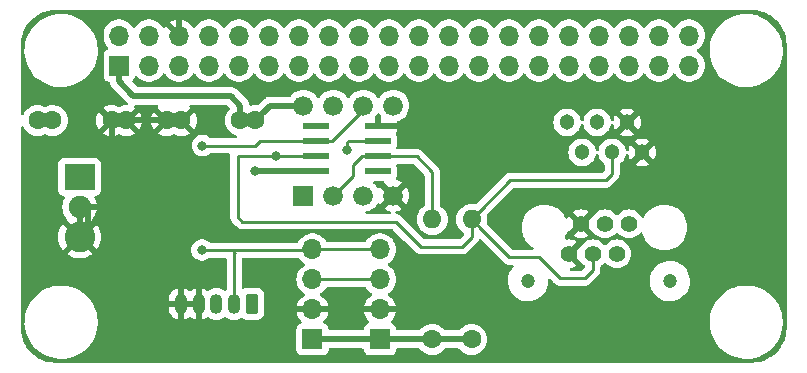
<source format=gbr>
G04 #@! TF.GenerationSoftware,KiCad,Pcbnew,7.0.10*
G04 #@! TF.CreationDate,2024-01-16T16:56:01+01:00*
G04 #@! TF.ProjectId,DNMS-RPI-HAT-V1.0,444e4d53-2d52-4504-992d-4841542d5631,1.0*
G04 #@! TF.SameCoordinates,Original*
G04 #@! TF.FileFunction,Copper,L1,Top*
G04 #@! TF.FilePolarity,Positive*
%FSLAX46Y46*%
G04 Gerber Fmt 4.6, Leading zero omitted, Abs format (unit mm)*
G04 Created by KiCad (PCBNEW 7.0.10) date 2024-01-16 16:56:01*
%MOMM*%
%LPD*%
G01*
G04 APERTURE LIST*
G04 Aperture macros list*
%AMRoundRect*
0 Rectangle with rounded corners*
0 $1 Rounding radius*
0 $2 $3 $4 $5 $6 $7 $8 $9 X,Y pos of 4 corners*
0 Add a 4 corners polygon primitive as box body*
4,1,4,$2,$3,$4,$5,$6,$7,$8,$9,$2,$3,0*
0 Add four circle primitives for the rounded corners*
1,1,$1+$1,$2,$3*
1,1,$1+$1,$4,$5*
1,1,$1+$1,$6,$7*
1,1,$1+$1,$8,$9*
0 Add four rect primitives between the rounded corners*
20,1,$1+$1,$2,$3,$4,$5,0*
20,1,$1+$1,$4,$5,$6,$7,0*
20,1,$1+$1,$6,$7,$8,$9,0*
20,1,$1+$1,$8,$9,$2,$3,0*%
G04 Aperture macros list end*
G04 #@! TA.AperFunction,ComponentPad*
%ADD10R,1.676400X1.676400*%
G04 #@! TD*
G04 #@! TA.AperFunction,ComponentPad*
%ADD11C,1.676400*%
G04 #@! TD*
G04 #@! TA.AperFunction,ComponentPad*
%ADD12C,1.303000*%
G04 #@! TD*
G04 #@! TA.AperFunction,ComponentPad*
%ADD13C,1.600000*%
G04 #@! TD*
G04 #@! TA.AperFunction,ComponentPad*
%ADD14C,1.400000*%
G04 #@! TD*
G04 #@! TA.AperFunction,ComponentPad*
%ADD15C,1.200000*%
G04 #@! TD*
G04 #@! TA.AperFunction,ComponentPad*
%ADD16RoundRect,0.161700X0.388300X0.688300X-0.388300X0.688300X-0.388300X-0.688300X0.388300X-0.688300X0*%
G04 #@! TD*
G04 #@! TA.AperFunction,ComponentPad*
%ADD17O,1.100000X1.700000*%
G04 #@! TD*
G04 #@! TA.AperFunction,ComponentPad*
%ADD18R,1.700000X1.700000*%
G04 #@! TD*
G04 #@! TA.AperFunction,ComponentPad*
%ADD19O,1.700000X1.700000*%
G04 #@! TD*
G04 #@! TA.AperFunction,SMDPad,CuDef*
%ADD20R,2.200000X0.600000*%
G04 #@! TD*
G04 #@! TA.AperFunction,ComponentPad*
%ADD21R,2.600000X2.200000*%
G04 #@! TD*
G04 #@! TA.AperFunction,ComponentPad*
%ADD22C,1.900000*%
G04 #@! TD*
G04 #@! TA.AperFunction,ComponentPad*
%ADD23C,2.600000*%
G04 #@! TD*
G04 #@! TA.AperFunction,SMDPad,CuDef*
%ADD24R,0.500000X1.000000*%
G04 #@! TD*
G04 #@! TA.AperFunction,ComponentPad*
%ADD25O,1.600000X1.600000*%
G04 #@! TD*
G04 #@! TA.AperFunction,ViaPad*
%ADD26C,0.800000*%
G04 #@! TD*
G04 #@! TA.AperFunction,Conductor*
%ADD27C,0.500000*%
G04 #@! TD*
G04 #@! TA.AperFunction,Conductor*
%ADD28C,0.250000*%
G04 #@! TD*
G04 APERTURE END LIST*
D10*
X141532340Y-106848900D03*
D11*
X144072340Y-106848900D03*
X146612340Y-106848900D03*
X149152340Y-106848900D03*
X149152340Y-99228900D03*
X146612340Y-99228900D03*
X144072340Y-99228900D03*
X141532340Y-99228900D03*
D12*
X163866560Y-100653840D03*
X165136560Y-103193840D03*
X166406560Y-100653840D03*
X167676560Y-103193840D03*
X168946560Y-100653840D03*
X170216560Y-103193840D03*
D13*
X137460720Y-100488740D03*
X136210720Y-100488740D03*
X131210720Y-100488740D03*
X129960720Y-100488740D03*
X119045720Y-100488740D03*
X120295720Y-100488740D03*
X125295720Y-100488740D03*
X126545720Y-100488740D03*
D14*
X169111500Y-109232560D03*
X168091500Y-111772560D03*
X167071500Y-109232560D03*
X166051500Y-111772560D03*
X165031500Y-109232560D03*
X164011500Y-111772560D03*
D15*
X160561500Y-114072560D03*
X172561500Y-114072560D03*
D16*
X137181320Y-116015760D03*
D17*
X135681320Y-116015760D03*
X134181320Y-116015760D03*
X132681320Y-116015760D03*
X131181320Y-116015760D03*
D18*
X142312120Y-119021240D03*
D19*
X142312120Y-116481240D03*
X142312120Y-113941240D03*
X142312120Y-111401240D03*
D18*
X148022040Y-119021240D03*
D19*
X148022040Y-116481240D03*
X148022040Y-113941240D03*
X148022040Y-111401240D03*
D20*
X147830580Y-104804200D03*
X147830580Y-103534200D03*
X147830580Y-102264200D03*
X147830580Y-100994200D03*
X142630580Y-100994200D03*
X142630580Y-102264200D03*
X142630580Y-103534200D03*
X142630580Y-104804200D03*
D21*
X122599180Y-105261400D03*
D22*
X122599180Y-107801400D03*
D23*
X122599180Y-110341400D03*
D24*
X122599180Y-109021400D03*
D13*
X152456880Y-119028860D03*
D25*
X152456880Y-108868860D03*
D13*
X155784280Y-119028860D03*
D25*
X155784280Y-108868860D03*
D18*
X125924200Y-95838000D03*
D19*
X125924200Y-93298000D03*
X128464200Y-95838000D03*
X128464200Y-93298000D03*
X131004200Y-95838000D03*
X131004200Y-93298000D03*
X133544200Y-95838000D03*
X133544200Y-93298000D03*
X136084200Y-95838000D03*
X136084200Y-93298000D03*
X138624200Y-95838000D03*
X138624200Y-93298000D03*
X141164200Y-95838000D03*
X141164200Y-93298000D03*
X143704200Y-95838000D03*
X143704200Y-93298000D03*
X146244200Y-95838000D03*
X146244200Y-93298000D03*
X148784200Y-95838000D03*
X148784200Y-93298000D03*
X151324200Y-95838000D03*
X151324200Y-93298000D03*
X153864200Y-95838000D03*
X153864200Y-93298000D03*
X156404200Y-95838000D03*
X156404200Y-93298000D03*
X158944200Y-95838000D03*
X158944200Y-93298000D03*
X161484200Y-95838000D03*
X161484200Y-93298000D03*
X164024200Y-95838000D03*
X164024200Y-93298000D03*
X166564200Y-95838000D03*
X166564200Y-93298000D03*
X169104200Y-95838000D03*
X169104200Y-93298000D03*
X171644200Y-95838000D03*
X171644200Y-93298000D03*
X174184200Y-95838000D03*
X174184200Y-93298000D03*
D26*
X137460720Y-104755940D03*
X151346900Y-101019600D03*
X145212800Y-102965240D03*
X132987780Y-102619800D03*
X132954760Y-111469820D03*
X139253960Y-103508800D03*
D27*
X141030580Y-104804200D02*
X137534380Y-104804200D01*
X135370300Y-98418640D02*
X136210720Y-99259060D01*
X136210720Y-99259060D02*
X136210720Y-100488740D01*
X138748500Y-99228900D02*
X141532340Y-99228900D01*
X137460720Y-100488740D02*
X138260719Y-99688741D01*
X125924200Y-97188000D02*
X127154840Y-98418640D01*
X138288659Y-99688741D02*
X138748500Y-99228900D01*
X125924200Y-95838000D02*
X125924200Y-97188000D01*
X155776660Y-119021240D02*
X155784280Y-119028860D01*
X142630580Y-104804200D02*
X141030580Y-104804200D01*
X138260719Y-99688741D02*
X138288659Y-99688741D01*
X127154840Y-98418640D02*
X135370300Y-98418640D01*
X142312120Y-119021240D02*
X155776660Y-119021240D01*
X123299181Y-108161399D02*
X122939182Y-107801400D01*
X124382001Y-92347649D02*
X124382001Y-93267261D01*
X125136640Y-91593010D02*
X124382001Y-92347649D01*
X122599180Y-110341400D02*
X122839182Y-110341400D01*
X168946560Y-100689400D02*
X168946560Y-100653840D01*
X143514201Y-116481240D02*
X148022040Y-116481240D01*
X125136640Y-91593010D02*
X129299210Y-91593010D01*
X122599180Y-110341400D02*
X128273540Y-116015760D01*
X138649440Y-118624340D02*
X140792540Y-116481240D01*
X169276760Y-104238166D02*
X169276760Y-104987300D01*
X125295720Y-107253700D02*
X125295720Y-100488740D01*
X170216560Y-103193840D02*
X170216560Y-103298366D01*
X124405120Y-99598140D02*
X125295720Y-100488740D01*
X124748020Y-107801400D02*
X125295720Y-107253700D01*
X170216560Y-103298366D02*
X169276760Y-104238166D01*
X126545720Y-100488740D02*
X131210720Y-100488740D01*
X140792540Y-116481240D02*
X142312120Y-116481240D01*
X165031500Y-109232560D02*
X165031500Y-109253360D01*
X122599180Y-107801400D02*
X124748020Y-107801400D01*
X124405120Y-92893078D02*
X124384800Y-93270060D01*
X129299210Y-91593010D02*
X131004200Y-93298000D01*
X124382001Y-93267261D02*
X124384800Y-93270060D01*
X132769340Y-118624340D02*
X138649440Y-118624340D01*
X124405120Y-98979980D02*
X124405120Y-99598140D01*
X122839182Y-110341400D02*
X123299181Y-109881401D01*
X151321500Y-100994200D02*
X151346900Y-101019600D01*
X142312120Y-116481240D02*
X143514201Y-116481240D01*
X169276760Y-104987300D02*
X165031500Y-109232560D01*
X122939182Y-107801400D02*
X122599180Y-107801400D01*
X124384800Y-93270060D02*
X124405120Y-98979980D01*
X132681320Y-116015760D02*
X132681320Y-118536320D01*
X147830580Y-100994200D02*
X151321500Y-100994200D01*
X125295720Y-100488740D02*
X126545720Y-100488740D01*
X128273540Y-116015760D02*
X132681320Y-116015760D01*
X123299181Y-109881401D02*
X123299181Y-108161399D01*
X132681320Y-118536320D02*
X132769340Y-118624340D01*
D28*
X145212800Y-102399555D02*
X145348155Y-102264200D01*
X145348155Y-102264200D02*
X146480580Y-102264200D01*
X145212800Y-102965240D02*
X145212800Y-102399555D01*
X142312120Y-113941240D02*
X143514201Y-113941240D01*
X143514201Y-113941240D02*
X148022040Y-113941240D01*
X146480580Y-102264200D02*
X147830580Y-102264200D01*
X132954760Y-111669820D02*
X132954760Y-111669820D01*
X142630580Y-102264200D02*
X143980580Y-102264200D01*
X132954760Y-111469820D02*
X135723360Y-111469820D01*
X146612340Y-99632440D02*
X146612340Y-99228900D01*
X137831560Y-102264200D02*
X137460720Y-102635040D01*
X135723360Y-111469820D02*
X142243540Y-111469820D01*
X142017480Y-111306600D02*
X142312120Y-111601240D01*
X137460720Y-102635040D02*
X133005560Y-102635040D01*
X142630580Y-102264200D02*
X137831560Y-102264200D01*
X135681320Y-111711860D02*
X135723360Y-111669820D01*
X142243540Y-111669820D02*
X142312120Y-111601240D01*
X143514201Y-111401240D02*
X148022040Y-111401240D01*
X142312120Y-111401240D02*
X143514201Y-111401240D01*
X135681320Y-111511860D02*
X135723360Y-111469820D01*
X135681320Y-116015760D02*
X135681320Y-111711860D01*
X143980580Y-102264200D02*
X146612340Y-99632440D01*
X135681320Y-111711860D02*
X135681320Y-111511860D01*
X139253960Y-103508800D02*
X135967200Y-103508800D01*
X142630580Y-103534200D02*
X141280580Y-103534200D01*
X156587479Y-109668859D02*
X158984680Y-112066060D01*
X155784280Y-108868860D02*
X156584279Y-108068861D01*
X166051500Y-113150100D02*
X166051500Y-111772560D01*
X159050720Y-105568740D02*
X167133000Y-105568740D01*
X156584279Y-109668859D02*
X156587479Y-109668859D01*
X135967200Y-103508800D02*
X135987520Y-103529120D01*
X167133000Y-105568740D02*
X167676560Y-105025180D01*
X155784280Y-108868860D02*
X155784280Y-110387120D01*
X165352460Y-113849140D02*
X166051500Y-113150100D01*
X155784280Y-108868860D02*
X156584279Y-109668859D01*
X163305220Y-113849140D02*
X165352460Y-113849140D01*
X136373600Y-109051080D02*
X135987520Y-108665000D01*
X149386020Y-109051080D02*
X136373600Y-109051080D01*
X154989260Y-111182140D02*
X151517080Y-111182140D01*
X135987520Y-103529120D02*
X135987520Y-108665000D01*
X161522140Y-112066060D02*
X163305220Y-113849140D01*
X151517080Y-111182140D02*
X149386020Y-109051080D01*
X141255180Y-103508800D02*
X139253960Y-103508800D01*
X156584279Y-108068861D02*
X156584279Y-108035181D01*
X141280580Y-103534200D02*
X141255180Y-103508800D01*
X167676560Y-105025180D02*
X167676560Y-103193840D01*
X156584279Y-108035181D02*
X159050720Y-105568740D01*
X155784280Y-110387120D02*
X154989260Y-111182140D01*
X158984680Y-112066060D02*
X161522140Y-112066060D01*
X147830580Y-103534200D02*
X151120840Y-103534200D01*
X144913079Y-106010701D02*
X145730960Y-105192820D01*
X145730960Y-105192820D02*
X145730960Y-104283820D01*
X146480580Y-103534200D02*
X147830580Y-103534200D01*
X144072340Y-106848900D02*
X144910539Y-106010701D01*
X145730960Y-104283820D02*
X146480580Y-103534200D01*
X151120840Y-103534200D02*
X152456880Y-104870240D01*
X144910539Y-106010701D02*
X144913079Y-106010701D01*
X152456880Y-104870240D02*
X152456880Y-108868860D01*
G04 #@! TA.AperFunction,Conductor*
G36*
X146813123Y-114594742D02*
G01*
X146850485Y-114631825D01*
X146946315Y-114778505D01*
X146946319Y-114778510D01*
X147098802Y-114944148D01*
X147121670Y-114961947D01*
X147276464Y-115082429D01*
X147310245Y-115100710D01*
X147360636Y-115150722D01*
X147375989Y-115220039D01*
X147351429Y-115286652D01*
X147310249Y-115322336D01*
X147276744Y-115340468D01*
X147276738Y-115340472D01*
X147099137Y-115478705D01*
X146946714Y-115644281D01*
X146823620Y-115832691D01*
X146733219Y-116038783D01*
X146733216Y-116038790D01*
X146685495Y-116227239D01*
X146685496Y-116227240D01*
X147590924Y-116227240D01*
X147562547Y-116271396D01*
X147522040Y-116409351D01*
X147522040Y-116553129D01*
X147562547Y-116691084D01*
X147590924Y-116735240D01*
X146685495Y-116735240D01*
X146733216Y-116923689D01*
X146733219Y-116923696D01*
X146823620Y-117129788D01*
X146946714Y-117318198D01*
X147090021Y-117473872D01*
X147121441Y-117537537D01*
X147113454Y-117608083D01*
X147068595Y-117663112D01*
X147041353Y-117677264D01*
X146925835Y-117720351D01*
X146925832Y-117720352D01*
X146808778Y-117807978D01*
X146721152Y-117925032D01*
X146721150Y-117925037D01*
X146670051Y-118062035D01*
X146670049Y-118062043D01*
X146663540Y-118122590D01*
X146663540Y-118136740D01*
X146643538Y-118204861D01*
X146589882Y-118251354D01*
X146537540Y-118262740D01*
X143796620Y-118262740D01*
X143728499Y-118242738D01*
X143682006Y-118189082D01*
X143670620Y-118136740D01*
X143670620Y-118122607D01*
X143670619Y-118122590D01*
X143664110Y-118062043D01*
X143664108Y-118062035D01*
X143613009Y-117925037D01*
X143613007Y-117925032D01*
X143525381Y-117807978D01*
X143408327Y-117720352D01*
X143408324Y-117720351D01*
X143292806Y-117677264D01*
X143235971Y-117634717D01*
X143211161Y-117568197D01*
X143226253Y-117498823D01*
X143244139Y-117473872D01*
X143387443Y-117318201D01*
X143510539Y-117129788D01*
X143600940Y-116923696D01*
X143600943Y-116923689D01*
X143648664Y-116735240D01*
X142743236Y-116735240D01*
X142771613Y-116691084D01*
X142812120Y-116553129D01*
X142812120Y-116409351D01*
X142771613Y-116271396D01*
X142743236Y-116227240D01*
X143648664Y-116227240D01*
X143648664Y-116227239D01*
X143600943Y-116038790D01*
X143600940Y-116038783D01*
X143510539Y-115832691D01*
X143387445Y-115644281D01*
X143235022Y-115478705D01*
X143057421Y-115340472D01*
X143057420Y-115340471D01*
X143023911Y-115322337D01*
X142973521Y-115272323D01*
X142958170Y-115203006D01*
X142982732Y-115136393D01*
X143023910Y-115100712D01*
X143057696Y-115082429D01*
X143235360Y-114944146D01*
X143387842Y-114778508D01*
X143434309Y-114707385D01*
X143483675Y-114631825D01*
X143537678Y-114585736D01*
X143589158Y-114574740D01*
X146745002Y-114574740D01*
X146813123Y-114594742D01*
G37*
G04 #@! TD.AperFunction*
G04 #@! TA.AperFunction,Conductor*
G36*
X165048331Y-112450180D02*
G01*
X165062449Y-112467005D01*
X165122199Y-112552336D01*
X165122202Y-112552340D01*
X165271718Y-112701856D01*
X165271721Y-112701858D01*
X165271724Y-112701861D01*
X165344055Y-112752507D01*
X165388383Y-112807963D01*
X165395692Y-112878582D01*
X165363662Y-112941943D01*
X165360880Y-112944815D01*
X165126958Y-113178736D01*
X165064648Y-113212760D01*
X165037865Y-113215640D01*
X164250269Y-113215640D01*
X164182148Y-113195638D01*
X164135655Y-113141982D01*
X164125551Y-113071708D01*
X164155045Y-113007128D01*
X164214771Y-112968744D01*
X164217658Y-112967933D01*
X164426235Y-112912044D01*
X164426245Y-112912040D01*
X164617802Y-112822717D01*
X164617805Y-112822715D01*
X164667586Y-112787858D01*
X164667586Y-112787856D01*
X164094815Y-112215085D01*
X164145638Y-112207425D01*
X164267857Y-112148567D01*
X164367298Y-112056300D01*
X164435125Y-111938820D01*
X164454050Y-111855899D01*
X165048331Y-112450180D01*
G37*
G04 #@! TD.AperFunction*
G04 #@! TA.AperFunction,Conductor*
G36*
X148620854Y-107037790D02*
G01*
X148691525Y-107174179D01*
X148796372Y-107286443D01*
X148927620Y-107366257D01*
X148979622Y-107380827D01*
X148397022Y-107963426D01*
X148397022Y-107963427D01*
X148476670Y-108019197D01*
X148476669Y-108019197D01*
X148690150Y-108118744D01*
X148690155Y-108118746D01*
X148880965Y-108169873D01*
X148941588Y-108206825D01*
X148972609Y-108270685D01*
X148964181Y-108341180D01*
X148918978Y-108395927D01*
X148851353Y-108417544D01*
X148848354Y-108417580D01*
X146918260Y-108417580D01*
X146850139Y-108397578D01*
X146803646Y-108343922D01*
X146793542Y-108273648D01*
X146823036Y-108209068D01*
X146882762Y-108170684D01*
X146885649Y-108169873D01*
X146950654Y-108152455D01*
X147074698Y-108119218D01*
X147288262Y-108019631D01*
X147310790Y-108003857D01*
X147481284Y-107884477D01*
X147481286Y-107884474D01*
X147481289Y-107884473D01*
X147647913Y-107717849D01*
X147779433Y-107530017D01*
X147834887Y-107485691D01*
X147905506Y-107478382D01*
X147968867Y-107510412D01*
X147985857Y-107530019D01*
X148037811Y-107604216D01*
X148037812Y-107604216D01*
X148617995Y-107024032D01*
X148620854Y-107037790D01*
G37*
G04 #@! TD.AperFunction*
G04 #@! TA.AperFunction,Conductor*
G36*
X148338283Y-105632702D02*
G01*
X148384776Y-105686358D01*
X148392218Y-105729567D01*
X148978026Y-106315376D01*
X148859267Y-106366961D01*
X148740109Y-106463903D01*
X148651525Y-106589398D01*
X148620611Y-106676381D01*
X148037811Y-106093582D01*
X147985857Y-106167780D01*
X147930400Y-106212108D01*
X147859780Y-106219417D01*
X147796420Y-106187386D01*
X147779431Y-106167780D01*
X147647913Y-105979951D01*
X147647910Y-105979948D01*
X147647908Y-105979945D01*
X147495758Y-105827795D01*
X147461732Y-105765483D01*
X147466797Y-105694668D01*
X147509344Y-105637832D01*
X147575864Y-105613021D01*
X147584853Y-105612700D01*
X148270162Y-105612700D01*
X148338283Y-105632702D01*
G37*
G04 #@! TD.AperFunction*
G04 #@! TA.AperFunction,Conductor*
G36*
X179535525Y-91143697D02*
G01*
X179852377Y-91161492D01*
X179866415Y-91163074D01*
X180175790Y-91215638D01*
X180189552Y-91218779D01*
X180491105Y-91305655D01*
X180504436Y-91310320D01*
X180794366Y-91430413D01*
X180807076Y-91436534D01*
X181081733Y-91588331D01*
X181093692Y-91595845D01*
X181349626Y-91777440D01*
X181360673Y-91786250D01*
X181594657Y-91995351D01*
X181604648Y-92005342D01*
X181813749Y-92239326D01*
X181822559Y-92250373D01*
X182004154Y-92506307D01*
X182011671Y-92518271D01*
X182086002Y-92652764D01*
X182163458Y-92792909D01*
X182169589Y-92805640D01*
X182289678Y-93095560D01*
X182294345Y-93108897D01*
X182381218Y-93410439D01*
X182384362Y-93424215D01*
X182436925Y-93733585D01*
X182438507Y-93747625D01*
X182456302Y-94064474D01*
X182456500Y-94071539D01*
X182456500Y-118064460D01*
X182456302Y-118071525D01*
X182438507Y-118388374D01*
X182436925Y-118402414D01*
X182384362Y-118711784D01*
X182381218Y-118725560D01*
X182294345Y-119027102D01*
X182289678Y-119040439D01*
X182169589Y-119330359D01*
X182163458Y-119343090D01*
X182011671Y-119617728D01*
X182004154Y-119629692D01*
X181822559Y-119885626D01*
X181813749Y-119896673D01*
X181604648Y-120130657D01*
X181594657Y-120140648D01*
X181360673Y-120349749D01*
X181349626Y-120358559D01*
X181093692Y-120540154D01*
X181081728Y-120547671D01*
X180807090Y-120699458D01*
X180794359Y-120705589D01*
X180504439Y-120825678D01*
X180491102Y-120830345D01*
X180189560Y-120917218D01*
X180175784Y-120920362D01*
X179866414Y-120972925D01*
X179852374Y-120974507D01*
X179535526Y-120992302D01*
X179528461Y-120992500D01*
X120535539Y-120992500D01*
X120528474Y-120992302D01*
X120211625Y-120974507D01*
X120197585Y-120972925D01*
X119888215Y-120920362D01*
X119874439Y-120917218D01*
X119572897Y-120830345D01*
X119559560Y-120825678D01*
X119269640Y-120705589D01*
X119256916Y-120699461D01*
X119008351Y-120562085D01*
X118982271Y-120547671D01*
X118970307Y-120540154D01*
X118714373Y-120358559D01*
X118703326Y-120349749D01*
X118469342Y-120140648D01*
X118459351Y-120130657D01*
X118250250Y-119896673D01*
X118241440Y-119885626D01*
X118059845Y-119629692D01*
X118052328Y-119617728D01*
X118043477Y-119601713D01*
X117900534Y-119343076D01*
X117894413Y-119330366D01*
X117774320Y-119040436D01*
X117769654Y-119027102D01*
X117766823Y-119017274D01*
X117682779Y-118725552D01*
X117679637Y-118711784D01*
X117676738Y-118694723D01*
X117627074Y-118402414D01*
X117625492Y-118388374D01*
X117618436Y-118262740D01*
X117607698Y-118071525D01*
X117607500Y-118064460D01*
X117607500Y-117656689D01*
X117927701Y-117656689D01*
X117958045Y-118009970D01*
X118028459Y-118357481D01*
X118028461Y-118357485D01*
X118138034Y-118694720D01*
X118285340Y-119017274D01*
X118468440Y-119320911D01*
X118468442Y-119320914D01*
X118468443Y-119320915D01*
X118684971Y-119601713D01*
X118932095Y-119855997D01*
X119206595Y-120080455D01*
X119504891Y-120272159D01*
X119823096Y-120428609D01*
X119823104Y-120428612D01*
X119823109Y-120428614D01*
X120157050Y-120547764D01*
X120157051Y-120547764D01*
X120157061Y-120547768D01*
X120502432Y-120628080D01*
X120854707Y-120668500D01*
X120854710Y-120668500D01*
X121120564Y-120668500D01*
X121120576Y-120668500D01*
X121386008Y-120653322D01*
X121735400Y-120592857D01*
X122075623Y-120492959D01*
X122402241Y-120354929D01*
X122710995Y-120180568D01*
X122997861Y-119972147D01*
X123259099Y-119732385D01*
X123491304Y-119464407D01*
X123691448Y-119171706D01*
X123856921Y-118858098D01*
X123985568Y-118527672D01*
X124075710Y-118184736D01*
X124096021Y-118043469D01*
X124126172Y-117833769D01*
X124126172Y-117833765D01*
X124126173Y-117833759D01*
X124136299Y-117479317D01*
X124105955Y-117126032D01*
X124073512Y-116965920D01*
X124035540Y-116778518D01*
X124035538Y-116778514D01*
X124035537Y-116778508D01*
X123925964Y-116441277D01*
X123847635Y-116269760D01*
X130123320Y-116269760D01*
X130123320Y-116367739D01*
X130138627Y-116523157D01*
X130199126Y-116722598D01*
X130297367Y-116906394D01*
X130429581Y-117067498D01*
X130590685Y-117199712D01*
X130774481Y-117297953D01*
X130927320Y-117344315D01*
X130927320Y-116269760D01*
X130123320Y-116269760D01*
X123847635Y-116269760D01*
X123778664Y-116118734D01*
X123769096Y-116102868D01*
X123734238Y-116045062D01*
X130827692Y-116045062D01*
X130856367Y-116158298D01*
X130920256Y-116256087D01*
X131012435Y-116327832D01*
X131122915Y-116365760D01*
X131210325Y-116365760D01*
X131296536Y-116351374D01*
X131399267Y-116295779D01*
X131423219Y-116269760D01*
X131435320Y-116269760D01*
X131435320Y-117344315D01*
X131588158Y-117297953D01*
X131771954Y-117199712D01*
X131851387Y-117134524D01*
X131916734Y-117106771D01*
X131986712Y-117118753D01*
X132011253Y-117134524D01*
X132090685Y-117199712D01*
X132274481Y-117297953D01*
X132427320Y-117344315D01*
X132427320Y-116269760D01*
X131435320Y-116269760D01*
X131423219Y-116269760D01*
X131478380Y-116209839D01*
X131525302Y-116102868D01*
X131534948Y-115986458D01*
X131506273Y-115873222D01*
X131442384Y-115775433D01*
X131424817Y-115761760D01*
X131435320Y-115761760D01*
X132427320Y-115761760D01*
X132427320Y-114687203D01*
X132274480Y-114733566D01*
X132090683Y-114831808D01*
X132090681Y-114831810D01*
X132011253Y-114896994D01*
X131945905Y-114924747D01*
X131875927Y-114912765D01*
X131851387Y-114896994D01*
X131771958Y-114831810D01*
X131771956Y-114831808D01*
X131588159Y-114733566D01*
X131435320Y-114687203D01*
X131435320Y-115761760D01*
X131424817Y-115761760D01*
X131350205Y-115703688D01*
X131239725Y-115665760D01*
X131152315Y-115665760D01*
X131066104Y-115680146D01*
X130963373Y-115735741D01*
X130884260Y-115821681D01*
X130837338Y-115928652D01*
X130827692Y-116045062D01*
X123734238Y-116045062D01*
X123595559Y-115815088D01*
X123595557Y-115815085D01*
X123554437Y-115761760D01*
X130123320Y-115761760D01*
X130927320Y-115761760D01*
X130927320Y-114687203D01*
X130774480Y-114733566D01*
X130590685Y-114831807D01*
X130429581Y-114964021D01*
X130297367Y-115125125D01*
X130199126Y-115308921D01*
X130138627Y-115508362D01*
X130123320Y-115663780D01*
X130123320Y-115761760D01*
X123554437Y-115761760D01*
X123379029Y-115534287D01*
X123131905Y-115280003D01*
X122857405Y-115055545D01*
X122714991Y-114964021D01*
X122559109Y-114863841D01*
X122559100Y-114863836D01*
X122240908Y-114707393D01*
X122240890Y-114707385D01*
X121906949Y-114588235D01*
X121906950Y-114588235D01*
X121906942Y-114588233D01*
X121906939Y-114588232D01*
X121641925Y-114526606D01*
X121561569Y-114507920D01*
X121473499Y-114497815D01*
X121209293Y-114467500D01*
X120943424Y-114467500D01*
X120677992Y-114482678D01*
X120328600Y-114543143D01*
X119988382Y-114643039D01*
X119988380Y-114643039D01*
X119825638Y-114711815D01*
X119661759Y-114781071D01*
X119661755Y-114781072D01*
X119661753Y-114781074D01*
X119353010Y-114955428D01*
X119353001Y-114955434D01*
X119066142Y-115163850D01*
X118804902Y-115403613D01*
X118804900Y-115403615D01*
X118572696Y-115671592D01*
X118572692Y-115671597D01*
X118372557Y-115964285D01*
X118372554Y-115964289D01*
X118207076Y-116277908D01*
X118078434Y-116608321D01*
X118078430Y-116608332D01*
X117988291Y-116951255D01*
X117988289Y-116951265D01*
X117937827Y-117302230D01*
X117937827Y-117302234D01*
X117935623Y-117379382D01*
X117929090Y-117608083D01*
X117927701Y-117656689D01*
X117607500Y-117656689D01*
X117607500Y-110341400D01*
X120786110Y-110341400D01*
X120806360Y-110611627D01*
X120866660Y-110875813D01*
X120866661Y-110875816D01*
X120965660Y-111128064D01*
X121101148Y-111362735D01*
X121153272Y-111428096D01*
X121153273Y-111428096D01*
X121995245Y-110586124D01*
X122006368Y-110620356D01*
X122094366Y-110759019D01*
X122214083Y-110871440D01*
X122352340Y-110947448D01*
X121511635Y-111788152D01*
X121511635Y-111788153D01*
X121692649Y-111911567D01*
X121692650Y-111911568D01*
X121936782Y-112029135D01*
X122195727Y-112109011D01*
X122195735Y-112109012D01*
X122463693Y-112149400D01*
X122734667Y-112149400D01*
X123002624Y-112109012D01*
X123002632Y-112109011D01*
X123261577Y-112029135D01*
X123505709Y-111911568D01*
X123505710Y-111911567D01*
X123686724Y-111788153D01*
X123368391Y-111469820D01*
X132041256Y-111469820D01*
X132061217Y-111659747D01*
X132078605Y-111713260D01*
X132120233Y-111841376D01*
X132148601Y-111890511D01*
X132215718Y-112006761D01*
X132215725Y-112006771D01*
X132343504Y-112148684D01*
X132382447Y-112176978D01*
X132498008Y-112260938D01*
X132672472Y-112338614D01*
X132859273Y-112378320D01*
X133050247Y-112378320D01*
X133237048Y-112338614D01*
X133411512Y-112260938D01*
X133566013Y-112148686D01*
X133569323Y-112145010D01*
X133629769Y-112107770D01*
X133662960Y-112103320D01*
X134921820Y-112103320D01*
X134989941Y-112123322D01*
X135036434Y-112176978D01*
X135047820Y-112229320D01*
X135047820Y-114791151D01*
X135027818Y-114859272D01*
X134974162Y-114905765D01*
X134903888Y-114915869D01*
X134841887Y-114888551D01*
X134804483Y-114857855D01*
X134772237Y-114831391D01*
X134588351Y-114733101D01*
X134388822Y-114672575D01*
X134388821Y-114672574D01*
X134388815Y-114672573D01*
X134181323Y-114652138D01*
X134181317Y-114652138D01*
X133973824Y-114672573D01*
X133774288Y-114733101D01*
X133590402Y-114831391D01*
X133510858Y-114896671D01*
X133445510Y-114924424D01*
X133375532Y-114912442D01*
X133350992Y-114896671D01*
X133271954Y-114831807D01*
X133088159Y-114733566D01*
X132935320Y-114687203D01*
X132935320Y-115769934D01*
X132850205Y-115703688D01*
X132739725Y-115665760D01*
X132652315Y-115665760D01*
X132566104Y-115680146D01*
X132463373Y-115735741D01*
X132384260Y-115821681D01*
X132337338Y-115928652D01*
X132327692Y-116045062D01*
X132356367Y-116158298D01*
X132420256Y-116256087D01*
X132512435Y-116327832D01*
X132622915Y-116365760D01*
X132710325Y-116365760D01*
X132796536Y-116351374D01*
X132899267Y-116295779D01*
X132935320Y-116256614D01*
X132935320Y-117344315D01*
X133088158Y-117297953D01*
X133271957Y-117199710D01*
X133350990Y-117134849D01*
X133416337Y-117107094D01*
X133486316Y-117119075D01*
X133510855Y-117134845D01*
X133590403Y-117200129D01*
X133774289Y-117298419D01*
X133973818Y-117358945D01*
X133973822Y-117358945D01*
X133973824Y-117358946D01*
X134181317Y-117379382D01*
X134181320Y-117379382D01*
X134181323Y-117379382D01*
X134388815Y-117358946D01*
X134388816Y-117358945D01*
X134388822Y-117358945D01*
X134588351Y-117298419D01*
X134772237Y-117200129D01*
X134851387Y-117135171D01*
X134916733Y-117107418D01*
X134986711Y-117119399D01*
X135011250Y-117135169D01*
X135090403Y-117200129D01*
X135274289Y-117298419D01*
X135473818Y-117358945D01*
X135473822Y-117358945D01*
X135473824Y-117358946D01*
X135681317Y-117379382D01*
X135681320Y-117379382D01*
X135681323Y-117379382D01*
X135888815Y-117358946D01*
X135888816Y-117358945D01*
X135888822Y-117358945D01*
X136088351Y-117298419D01*
X136235029Y-117220017D01*
X136304531Y-117205546D01*
X136370827Y-117230949D01*
X136372126Y-117231953D01*
X136376658Y-117235503D01*
X136376660Y-117235505D01*
X136515941Y-117319704D01*
X136671326Y-117368123D01*
X136738858Y-117374260D01*
X136738861Y-117374260D01*
X137623779Y-117374260D01*
X137623782Y-117374260D01*
X137691314Y-117368123D01*
X137846699Y-117319704D01*
X137985980Y-117235505D01*
X138101065Y-117120420D01*
X138185264Y-116981139D01*
X138233683Y-116825754D01*
X138239820Y-116758222D01*
X138239820Y-115273298D01*
X138233683Y-115205766D01*
X138185264Y-115050381D01*
X138101065Y-114911100D01*
X138101064Y-114911099D01*
X138101060Y-114911094D01*
X137985985Y-114796019D01*
X137985980Y-114796015D01*
X137948754Y-114773511D01*
X137846699Y-114711816D01*
X137846698Y-114711815D01*
X137846697Y-114711815D01*
X137846692Y-114711813D01*
X137691311Y-114663396D01*
X137642190Y-114658932D01*
X137623782Y-114657260D01*
X136738858Y-114657260D01*
X136721983Y-114658793D01*
X136671328Y-114663396D01*
X136515947Y-114711813D01*
X136515943Y-114711814D01*
X136506001Y-114717825D01*
X136437356Y-114735946D01*
X136369811Y-114714079D01*
X136324811Y-114659165D01*
X136314820Y-114609994D01*
X136314820Y-112229320D01*
X136334822Y-112161199D01*
X136388478Y-112114706D01*
X136440820Y-112103320D01*
X141079887Y-112103320D01*
X141148008Y-112123322D01*
X141185369Y-112160403D01*
X141236398Y-112238508D01*
X141365836Y-112379114D01*
X141388882Y-112404148D01*
X141412850Y-112422803D01*
X141566544Y-112542429D01*
X141599800Y-112560426D01*
X141650191Y-112610440D01*
X141665543Y-112679756D01*
X141640982Y-112746369D01*
X141599800Y-112782053D01*
X141566546Y-112800050D01*
X141566544Y-112800051D01*
X141388882Y-112938331D01*
X141236399Y-113103969D01*
X141236395Y-113103974D01*
X141113261Y-113292446D01*
X141022823Y-113498626D01*
X141022822Y-113498627D01*
X140967557Y-113716864D01*
X140967556Y-113716870D01*
X140967556Y-113716872D01*
X140948964Y-113941240D01*
X140965284Y-114138193D01*
X140967557Y-114165615D01*
X141022822Y-114383852D01*
X141022823Y-114383853D01*
X141022824Y-114383856D01*
X141085443Y-114526613D01*
X141113261Y-114590033D01*
X141236395Y-114778505D01*
X141236399Y-114778510D01*
X141388882Y-114944148D01*
X141411750Y-114961947D01*
X141566544Y-115082429D01*
X141600325Y-115100710D01*
X141650716Y-115150722D01*
X141666069Y-115220039D01*
X141641509Y-115286652D01*
X141600329Y-115322336D01*
X141566824Y-115340468D01*
X141566818Y-115340472D01*
X141389217Y-115478705D01*
X141236794Y-115644281D01*
X141113700Y-115832691D01*
X141023299Y-116038783D01*
X141023296Y-116038790D01*
X140975575Y-116227239D01*
X140975576Y-116227240D01*
X141881004Y-116227240D01*
X141852627Y-116271396D01*
X141812120Y-116409351D01*
X141812120Y-116553129D01*
X141852627Y-116691084D01*
X141881004Y-116735240D01*
X140975575Y-116735240D01*
X141023296Y-116923689D01*
X141023299Y-116923696D01*
X141113700Y-117129788D01*
X141236794Y-117318198D01*
X141380101Y-117473872D01*
X141411521Y-117537537D01*
X141403534Y-117608083D01*
X141358675Y-117663112D01*
X141331433Y-117677264D01*
X141215915Y-117720351D01*
X141215912Y-117720352D01*
X141098858Y-117807978D01*
X141011232Y-117925032D01*
X141011230Y-117925037D01*
X140960131Y-118062035D01*
X140960129Y-118062043D01*
X140953620Y-118122590D01*
X140953620Y-119919889D01*
X140960129Y-119980436D01*
X140960131Y-119980444D01*
X141011230Y-120117442D01*
X141011232Y-120117447D01*
X141098858Y-120234501D01*
X141215912Y-120322127D01*
X141215914Y-120322128D01*
X141215916Y-120322129D01*
X141274995Y-120344164D01*
X141352915Y-120373228D01*
X141352923Y-120373230D01*
X141413470Y-120379739D01*
X141413475Y-120379739D01*
X141413482Y-120379740D01*
X141413488Y-120379740D01*
X143210752Y-120379740D01*
X143210758Y-120379740D01*
X143210765Y-120379739D01*
X143210769Y-120379739D01*
X143271316Y-120373230D01*
X143271319Y-120373229D01*
X143271321Y-120373229D01*
X143408324Y-120322129D01*
X143525381Y-120234501D01*
X143576374Y-120166383D01*
X143613007Y-120117447D01*
X143613007Y-120117446D01*
X143613009Y-120117444D01*
X143664109Y-119980441D01*
X143665001Y-119972149D01*
X143670619Y-119919889D01*
X143670620Y-119919872D01*
X143670620Y-119905740D01*
X143690622Y-119837619D01*
X143744278Y-119791126D01*
X143796620Y-119779740D01*
X146537540Y-119779740D01*
X146605661Y-119799742D01*
X146652154Y-119853398D01*
X146663540Y-119905740D01*
X146663540Y-119919889D01*
X146670049Y-119980436D01*
X146670051Y-119980444D01*
X146721150Y-120117442D01*
X146721152Y-120117447D01*
X146808778Y-120234501D01*
X146925832Y-120322127D01*
X146925834Y-120322128D01*
X146925836Y-120322129D01*
X146984915Y-120344164D01*
X147062835Y-120373228D01*
X147062843Y-120373230D01*
X147123390Y-120379739D01*
X147123395Y-120379739D01*
X147123402Y-120379740D01*
X147123408Y-120379740D01*
X148920672Y-120379740D01*
X148920678Y-120379740D01*
X148920685Y-120379739D01*
X148920689Y-120379739D01*
X148981236Y-120373230D01*
X148981239Y-120373229D01*
X148981241Y-120373229D01*
X149118244Y-120322129D01*
X149235301Y-120234501D01*
X149286294Y-120166383D01*
X149322927Y-120117447D01*
X149322927Y-120117446D01*
X149322929Y-120117444D01*
X149374029Y-119980441D01*
X149374921Y-119972149D01*
X149380539Y-119919889D01*
X149380540Y-119919872D01*
X149380540Y-119905740D01*
X149400542Y-119837619D01*
X149454198Y-119791126D01*
X149506540Y-119779740D01*
X151319677Y-119779740D01*
X151387798Y-119799742D01*
X151422889Y-119833468D01*
X151450682Y-119873160D01*
X151612580Y-120035058D01*
X151800131Y-120166383D01*
X152007637Y-120263144D01*
X152228793Y-120322403D01*
X152456880Y-120342358D01*
X152684967Y-120322403D01*
X152906123Y-120263144D01*
X153113629Y-120166383D01*
X153301180Y-120035058D01*
X153463078Y-119873160D01*
X153490871Y-119833468D01*
X153546329Y-119789140D01*
X153594083Y-119779740D01*
X154647077Y-119779740D01*
X154715198Y-119799742D01*
X154750289Y-119833468D01*
X154778082Y-119873160D01*
X154939980Y-120035058D01*
X155127531Y-120166383D01*
X155335037Y-120263144D01*
X155556193Y-120322403D01*
X155784280Y-120342358D01*
X156012367Y-120322403D01*
X156233523Y-120263144D01*
X156441029Y-120166383D01*
X156628580Y-120035058D01*
X156790478Y-119873160D01*
X156921803Y-119685609D01*
X157018564Y-119478103D01*
X157077823Y-119256947D01*
X157097778Y-119028860D01*
X157077823Y-118800773D01*
X157018564Y-118579617D01*
X156921803Y-118372111D01*
X156790478Y-118184560D01*
X156628580Y-118022662D01*
X156489157Y-117925037D01*
X156441029Y-117891337D01*
X156233526Y-117794577D01*
X156233520Y-117794575D01*
X156140051Y-117769530D01*
X156012367Y-117735317D01*
X155784280Y-117715362D01*
X155556193Y-117735317D01*
X155335039Y-117794575D01*
X155335033Y-117794577D01*
X155127530Y-117891337D01*
X154939983Y-118022659D01*
X154939977Y-118022664D01*
X154778084Y-118184557D01*
X154778079Y-118184563D01*
X154760961Y-118209011D01*
X154705504Y-118253339D01*
X154657748Y-118262740D01*
X153583412Y-118262740D01*
X153515291Y-118242738D01*
X153480199Y-118209011D01*
X153463080Y-118184563D01*
X153463075Y-118184557D01*
X153301182Y-118022664D01*
X153301176Y-118022659D01*
X153113629Y-117891337D01*
X152906126Y-117794577D01*
X152906120Y-117794575D01*
X152812651Y-117769530D01*
X152684967Y-117735317D01*
X152456880Y-117715362D01*
X152228793Y-117735317D01*
X152007639Y-117794575D01*
X152007633Y-117794577D01*
X151800130Y-117891337D01*
X151612583Y-118022659D01*
X151612577Y-118022664D01*
X151450684Y-118184557D01*
X151450679Y-118184563D01*
X151433561Y-118209011D01*
X151378104Y-118253339D01*
X151330348Y-118262740D01*
X149506540Y-118262740D01*
X149438419Y-118242738D01*
X149391926Y-118189082D01*
X149380540Y-118136740D01*
X149380540Y-118122607D01*
X149380539Y-118122590D01*
X149374030Y-118062043D01*
X149374028Y-118062035D01*
X149322929Y-117925037D01*
X149322927Y-117925032D01*
X149235301Y-117807978D01*
X149118247Y-117720352D01*
X149118244Y-117720351D01*
X149002726Y-117677264D01*
X148975242Y-117656689D01*
X175927701Y-117656689D01*
X175958045Y-118009970D01*
X176028459Y-118357481D01*
X176028461Y-118357485D01*
X176138034Y-118694720D01*
X176285340Y-119017274D01*
X176468440Y-119320911D01*
X176468442Y-119320914D01*
X176468443Y-119320915D01*
X176684971Y-119601713D01*
X176932095Y-119855997D01*
X177206595Y-120080455D01*
X177504891Y-120272159D01*
X177823096Y-120428609D01*
X177823104Y-120428612D01*
X177823109Y-120428614D01*
X178157050Y-120547764D01*
X178157051Y-120547764D01*
X178157061Y-120547768D01*
X178502432Y-120628080D01*
X178854707Y-120668500D01*
X178854710Y-120668500D01*
X179120564Y-120668500D01*
X179120576Y-120668500D01*
X179386008Y-120653322D01*
X179735400Y-120592857D01*
X180075623Y-120492959D01*
X180402241Y-120354929D01*
X180710995Y-120180568D01*
X180997861Y-119972147D01*
X181259099Y-119732385D01*
X181491304Y-119464407D01*
X181691448Y-119171706D01*
X181856921Y-118858098D01*
X181985568Y-118527672D01*
X182075710Y-118184736D01*
X182096021Y-118043469D01*
X182126172Y-117833769D01*
X182126172Y-117833765D01*
X182126173Y-117833759D01*
X182136299Y-117479317D01*
X182105955Y-117126032D01*
X182073512Y-116965920D01*
X182035540Y-116778518D01*
X182035538Y-116778514D01*
X182035537Y-116778508D01*
X181925964Y-116441277D01*
X181778664Y-116118734D01*
X181769096Y-116102868D01*
X181595559Y-115815088D01*
X181595557Y-115815085D01*
X181379029Y-115534287D01*
X181131905Y-115280003D01*
X180857405Y-115055545D01*
X180714991Y-114964021D01*
X180559109Y-114863841D01*
X180559100Y-114863836D01*
X180240908Y-114707393D01*
X180240890Y-114707385D01*
X179906949Y-114588235D01*
X179906950Y-114588235D01*
X179906942Y-114588233D01*
X179906939Y-114588232D01*
X179641925Y-114526606D01*
X179561569Y-114507920D01*
X179473499Y-114497815D01*
X179209293Y-114467500D01*
X178943424Y-114467500D01*
X178677992Y-114482678D01*
X178328600Y-114543143D01*
X177988382Y-114643039D01*
X177988380Y-114643039D01*
X177825638Y-114711815D01*
X177661759Y-114781071D01*
X177661755Y-114781072D01*
X177661753Y-114781074D01*
X177353010Y-114955428D01*
X177353001Y-114955434D01*
X177066142Y-115163850D01*
X176804902Y-115403613D01*
X176804900Y-115403615D01*
X176572696Y-115671592D01*
X176572692Y-115671597D01*
X176372557Y-115964285D01*
X176372554Y-115964289D01*
X176207076Y-116277908D01*
X176078434Y-116608321D01*
X176078430Y-116608332D01*
X175988291Y-116951255D01*
X175988289Y-116951265D01*
X175937827Y-117302230D01*
X175937827Y-117302234D01*
X175935623Y-117379382D01*
X175929090Y-117608083D01*
X175927701Y-117656689D01*
X148975242Y-117656689D01*
X148945891Y-117634717D01*
X148921081Y-117568197D01*
X148936173Y-117498823D01*
X148954059Y-117473872D01*
X149097363Y-117318201D01*
X149220459Y-117129788D01*
X149310860Y-116923696D01*
X149310863Y-116923689D01*
X149358584Y-116735240D01*
X148453156Y-116735240D01*
X148481533Y-116691084D01*
X148522040Y-116553129D01*
X148522040Y-116409351D01*
X148481533Y-116271396D01*
X148453156Y-116227240D01*
X149358584Y-116227240D01*
X149358584Y-116227239D01*
X149310863Y-116038790D01*
X149310860Y-116038783D01*
X149220459Y-115832691D01*
X149097365Y-115644281D01*
X148944942Y-115478705D01*
X148767341Y-115340472D01*
X148767340Y-115340471D01*
X148733831Y-115322337D01*
X148683441Y-115272323D01*
X148668090Y-115203006D01*
X148692652Y-115136393D01*
X148733830Y-115100712D01*
X148767616Y-115082429D01*
X148945280Y-114944146D01*
X149097762Y-114778508D01*
X149220900Y-114590031D01*
X149311336Y-114383856D01*
X149366604Y-114165608D01*
X149385196Y-113941240D01*
X149366604Y-113716872D01*
X149311336Y-113498624D01*
X149220900Y-113292449D01*
X149180184Y-113230128D01*
X149097764Y-113103974D01*
X149097760Y-113103969D01*
X148945277Y-112938331D01*
X148816277Y-112837926D01*
X148767616Y-112800051D01*
X148734359Y-112782053D01*
X148683969Y-112732042D01*
X148668616Y-112662725D01*
X148693176Y-112596112D01*
X148734360Y-112560426D01*
X148749235Y-112552376D01*
X148767616Y-112542429D01*
X148945280Y-112404146D01*
X149097762Y-112238508D01*
X149220900Y-112050031D01*
X149311336Y-111843856D01*
X149366604Y-111625608D01*
X149385196Y-111401240D01*
X149366604Y-111176872D01*
X149322511Y-111002753D01*
X149311337Y-110958627D01*
X149311336Y-110958626D01*
X149311336Y-110958624D01*
X149220900Y-110752449D01*
X149164505Y-110666130D01*
X149097764Y-110563974D01*
X149097760Y-110563969D01*
X148971440Y-110426751D01*
X148945280Y-110398334D01*
X148945279Y-110398333D01*
X148945277Y-110398331D01*
X148863422Y-110334621D01*
X148767616Y-110260051D01*
X148569614Y-110152898D01*
X148569612Y-110152897D01*
X148569611Y-110152896D01*
X148356679Y-110079797D01*
X148356670Y-110079795D01*
X148304994Y-110071172D01*
X148134609Y-110042740D01*
X147909471Y-110042740D01*
X147761251Y-110067473D01*
X147687409Y-110079795D01*
X147687400Y-110079797D01*
X147474468Y-110152896D01*
X147474466Y-110152898D01*
X147298999Y-110247856D01*
X147276466Y-110260050D01*
X147276464Y-110260051D01*
X147098802Y-110398331D01*
X146946319Y-110563969D01*
X146946315Y-110563974D01*
X146850485Y-110710655D01*
X146796482Y-110756744D01*
X146745002Y-110767740D01*
X143589158Y-110767740D01*
X143521037Y-110747738D01*
X143483675Y-110710655D01*
X143387844Y-110563974D01*
X143387840Y-110563969D01*
X143261520Y-110426751D01*
X143235360Y-110398334D01*
X143235359Y-110398333D01*
X143235357Y-110398331D01*
X143153502Y-110334621D01*
X143057696Y-110260051D01*
X142859694Y-110152898D01*
X142859692Y-110152897D01*
X142859691Y-110152896D01*
X142646759Y-110079797D01*
X142646750Y-110079795D01*
X142595074Y-110071172D01*
X142424689Y-110042740D01*
X142199551Y-110042740D01*
X142051331Y-110067473D01*
X141977489Y-110079795D01*
X141977480Y-110079797D01*
X141764548Y-110152896D01*
X141764546Y-110152898D01*
X141589079Y-110247856D01*
X141566546Y-110260050D01*
X141566544Y-110260051D01*
X141388882Y-110398331D01*
X141236399Y-110563969D01*
X141236395Y-110563974D01*
X141113261Y-110752446D01*
X141109539Y-110760933D01*
X141063858Y-110815282D01*
X140996045Y-110836306D01*
X140994151Y-110836320D01*
X135807214Y-110836320D01*
X135791372Y-110834570D01*
X135791345Y-110834864D01*
X135783452Y-110834117D01*
X135715362Y-110836258D01*
X135711404Y-110836320D01*
X133662960Y-110836320D01*
X133594839Y-110816318D01*
X133569323Y-110794630D01*
X133566012Y-110790953D01*
X133411512Y-110678702D01*
X133237048Y-110601026D01*
X133050247Y-110561320D01*
X132859273Y-110561320D01*
X132672471Y-110601026D01*
X132498007Y-110678702D01*
X132343504Y-110790955D01*
X132215725Y-110932868D01*
X132215718Y-110932878D01*
X132120236Y-111098258D01*
X132120233Y-111098265D01*
X132061217Y-111279892D01*
X132041256Y-111469820D01*
X123368391Y-111469820D01*
X122842662Y-110944091D01*
X122914809Y-110915526D01*
X123047672Y-110818995D01*
X123152355Y-110692455D01*
X123202621Y-110585632D01*
X124045086Y-111428097D01*
X124045087Y-111428096D01*
X124097205Y-111362743D01*
X124097211Y-111362735D01*
X124232699Y-111128064D01*
X124331698Y-110875816D01*
X124331699Y-110875813D01*
X124391999Y-110611627D01*
X124412249Y-110341400D01*
X124391999Y-110071172D01*
X124331699Y-109806986D01*
X124331698Y-109806983D01*
X124232699Y-109554735D01*
X124097211Y-109320064D01*
X124045086Y-109254702D01*
X124045085Y-109254702D01*
X123565412Y-109734376D01*
X123503100Y-109768402D01*
X123432285Y-109763337D01*
X123375449Y-109720790D01*
X123350638Y-109654270D01*
X123351039Y-109631813D01*
X123357679Y-109570049D01*
X123357680Y-109570032D01*
X123357680Y-109275880D01*
X123377682Y-109207759D01*
X123394585Y-109186785D01*
X123686723Y-108894646D01*
X123681585Y-108839844D01*
X123695140Y-108770153D01*
X123714334Y-108742742D01*
X123753692Y-108699987D01*
X123885847Y-108497709D01*
X123982906Y-108276437D01*
X123982909Y-108276430D01*
X124042221Y-108042213D01*
X124042223Y-108042204D01*
X124062176Y-107801400D01*
X124042223Y-107560595D01*
X124042221Y-107560586D01*
X123982909Y-107326369D01*
X123982906Y-107326362D01*
X123885848Y-107105093D01*
X123858848Y-107063766D01*
X123838335Y-106995797D01*
X123857824Y-106927528D01*
X123911128Y-106880633D01*
X123950862Y-106869572D01*
X123982151Y-106866208D01*
X124008375Y-106863390D01*
X124008378Y-106863389D01*
X124008381Y-106863389D01*
X124145384Y-106812289D01*
X124262441Y-106724661D01*
X124350069Y-106607604D01*
X124401169Y-106470601D01*
X124401890Y-106463903D01*
X124407679Y-106410049D01*
X124407680Y-106410032D01*
X124407680Y-104112767D01*
X124407679Y-104112750D01*
X124401170Y-104052203D01*
X124401168Y-104052195D01*
X124350069Y-103915197D01*
X124350067Y-103915192D01*
X124262441Y-103798138D01*
X124145387Y-103710512D01*
X124145382Y-103710510D01*
X124008384Y-103659411D01*
X124008376Y-103659409D01*
X123947829Y-103652900D01*
X123947818Y-103652900D01*
X121250542Y-103652900D01*
X121250530Y-103652900D01*
X121189983Y-103659409D01*
X121189975Y-103659411D01*
X121052977Y-103710510D01*
X121052972Y-103710512D01*
X120935918Y-103798138D01*
X120848292Y-103915192D01*
X120848290Y-103915197D01*
X120797191Y-104052195D01*
X120797189Y-104052203D01*
X120790680Y-104112750D01*
X120790680Y-106410049D01*
X120797189Y-106470596D01*
X120797191Y-106470604D01*
X120848290Y-106607602D01*
X120848292Y-106607607D01*
X120935918Y-106724661D01*
X121052972Y-106812287D01*
X121052974Y-106812288D01*
X121052976Y-106812289D01*
X121112055Y-106834324D01*
X121189975Y-106863388D01*
X121189978Y-106863388D01*
X121189979Y-106863389D01*
X121189984Y-106863390D01*
X121224150Y-106867062D01*
X121247495Y-106869572D01*
X121313087Y-106896740D01*
X121353579Y-106955057D01*
X121356115Y-107026008D01*
X121339512Y-107063764D01*
X121312512Y-107105091D01*
X121215453Y-107326362D01*
X121215450Y-107326369D01*
X121156138Y-107560586D01*
X121156136Y-107560595D01*
X121136183Y-107801400D01*
X121156136Y-108042204D01*
X121156138Y-108042213D01*
X121215450Y-108276430D01*
X121215453Y-108276437D01*
X121312512Y-108497709D01*
X121444667Y-108699987D01*
X121484025Y-108742742D01*
X121515445Y-108806407D01*
X121516773Y-108839841D01*
X121511634Y-108894644D01*
X121803775Y-109186784D01*
X121837800Y-109249097D01*
X121840680Y-109275880D01*
X121840680Y-109570032D01*
X121840681Y-109570052D01*
X121847320Y-109631814D01*
X121834713Y-109701683D01*
X121786334Y-109753644D01*
X121717542Y-109771201D01*
X121650179Y-109748779D01*
X121632947Y-109734376D01*
X121153273Y-109254702D01*
X121153271Y-109254702D01*
X121101148Y-109320064D01*
X120965660Y-109554735D01*
X120866661Y-109806983D01*
X120866660Y-109806986D01*
X120806360Y-110071172D01*
X120786110Y-110341400D01*
X117607500Y-110341400D01*
X117607500Y-101068991D01*
X117627502Y-101000870D01*
X117681158Y-100954377D01*
X117751432Y-100944273D01*
X117816012Y-100973767D01*
X117847695Y-101015741D01*
X117908197Y-101145489D01*
X118000288Y-101277009D01*
X118039522Y-101333040D01*
X118201420Y-101494938D01*
X118388971Y-101626263D01*
X118596477Y-101723024D01*
X118817633Y-101782283D01*
X119045720Y-101802238D01*
X119273807Y-101782283D01*
X119494963Y-101723024D01*
X119617470Y-101665897D01*
X119687661Y-101655236D01*
X119723968Y-101665897D01*
X119846477Y-101723024D01*
X120067633Y-101782283D01*
X120295720Y-101802238D01*
X120523807Y-101782283D01*
X120744963Y-101723024D01*
X120952469Y-101626263D01*
X121140020Y-101494938D01*
X121301918Y-101333040D01*
X121433243Y-101145489D01*
X121530004Y-100937983D01*
X121589263Y-100716827D01*
X121609218Y-100488740D01*
X123982724Y-100488740D01*
X124002671Y-100716742D01*
X124061906Y-100937808D01*
X124061908Y-100937813D01*
X124158633Y-101145241D01*
X124208619Y-101216628D01*
X124896992Y-100528256D01*
X124910555Y-100613888D01*
X124968079Y-100726785D01*
X125057675Y-100816381D01*
X125170572Y-100873905D01*
X125256200Y-100887466D01*
X124567830Y-101575837D01*
X124567830Y-101575840D01*
X124639218Y-101625826D01*
X124846646Y-101722551D01*
X124846651Y-101722553D01*
X125067719Y-101781788D01*
X125067715Y-101781788D01*
X125295720Y-101801735D01*
X125523722Y-101781788D01*
X125744788Y-101722553D01*
X125744798Y-101722549D01*
X125867469Y-101665347D01*
X125937661Y-101654685D01*
X125973971Y-101665347D01*
X126096641Y-101722549D01*
X126096651Y-101722553D01*
X126317719Y-101781788D01*
X126317715Y-101781788D01*
X126545720Y-101801735D01*
X126773722Y-101781788D01*
X126994788Y-101722553D01*
X126994793Y-101722551D01*
X127202217Y-101625828D01*
X127273608Y-101575839D01*
X127273608Y-101575837D01*
X126585238Y-100887467D01*
X126670868Y-100873905D01*
X126783765Y-100816381D01*
X126873361Y-100726785D01*
X126930885Y-100613888D01*
X126944447Y-100528258D01*
X127632817Y-101216628D01*
X127632819Y-101216628D01*
X127682808Y-101145237D01*
X127779531Y-100937813D01*
X127779533Y-100937808D01*
X127838768Y-100716742D01*
X127858715Y-100488740D01*
X127838768Y-100260737D01*
X127779533Y-100039671D01*
X127779531Y-100039666D01*
X127682806Y-99832238D01*
X127632820Y-99760850D01*
X127632818Y-99760850D01*
X126944447Y-100449221D01*
X126930885Y-100363592D01*
X126873361Y-100250695D01*
X126783765Y-100161099D01*
X126670868Y-100103575D01*
X126585236Y-100090012D01*
X127273608Y-99401639D01*
X127273244Y-99397474D01*
X127236012Y-99350896D01*
X127228703Y-99280277D01*
X127260733Y-99216917D01*
X127321935Y-99180931D01*
X127352611Y-99177140D01*
X129153828Y-99177140D01*
X129221949Y-99197142D01*
X129268442Y-99250798D01*
X129278546Y-99321072D01*
X129249052Y-99385652D01*
X129232958Y-99400166D01*
X129232829Y-99401639D01*
X129921203Y-100090012D01*
X129835572Y-100103575D01*
X129722675Y-100161099D01*
X129633079Y-100250695D01*
X129575555Y-100363592D01*
X129561992Y-100449221D01*
X128873620Y-99760849D01*
X128823633Y-99832240D01*
X128726908Y-100039666D01*
X128726906Y-100039671D01*
X128667671Y-100260737D01*
X128647724Y-100488740D01*
X128667671Y-100716742D01*
X128726906Y-100937808D01*
X128726908Y-100937813D01*
X128823633Y-101145241D01*
X128873619Y-101216628D01*
X129561992Y-100528256D01*
X129575555Y-100613888D01*
X129633079Y-100726785D01*
X129722675Y-100816381D01*
X129835572Y-100873905D01*
X129921200Y-100887466D01*
X129232830Y-101575837D01*
X129232830Y-101575840D01*
X129304218Y-101625826D01*
X129511646Y-101722551D01*
X129511651Y-101722553D01*
X129732719Y-101781788D01*
X129732715Y-101781788D01*
X129960720Y-101801735D01*
X130188722Y-101781788D01*
X130409788Y-101722553D01*
X130409798Y-101722549D01*
X130532469Y-101665347D01*
X130602661Y-101654685D01*
X130638971Y-101665347D01*
X130761641Y-101722549D01*
X130761651Y-101722553D01*
X130982719Y-101781788D01*
X130982715Y-101781788D01*
X131210720Y-101801735D01*
X131438722Y-101781788D01*
X131659788Y-101722553D01*
X131659793Y-101722551D01*
X131867217Y-101625828D01*
X131938608Y-101575839D01*
X131938608Y-101575837D01*
X131250238Y-100887467D01*
X131335868Y-100873905D01*
X131448765Y-100816381D01*
X131538361Y-100726785D01*
X131595885Y-100613888D01*
X131609447Y-100528258D01*
X132297817Y-101216628D01*
X132297819Y-101216628D01*
X132347808Y-101145237D01*
X132444531Y-100937813D01*
X132444533Y-100937808D01*
X132503768Y-100716742D01*
X132523715Y-100488740D01*
X132503768Y-100260737D01*
X132444533Y-100039671D01*
X132444531Y-100039666D01*
X132347806Y-99832238D01*
X132297820Y-99760850D01*
X132297818Y-99760850D01*
X131609447Y-100449221D01*
X131595885Y-100363592D01*
X131538361Y-100250695D01*
X131448765Y-100161099D01*
X131335868Y-100103575D01*
X131250236Y-100090012D01*
X131938608Y-99401639D01*
X131938244Y-99397474D01*
X131901012Y-99350896D01*
X131893703Y-99280277D01*
X131925733Y-99216917D01*
X131986935Y-99180931D01*
X132017611Y-99177140D01*
X135003929Y-99177140D01*
X135072050Y-99197142D01*
X135093024Y-99214045D01*
X135274874Y-99395895D01*
X135308900Y-99458207D01*
X135303835Y-99529022D01*
X135274876Y-99574084D01*
X135204521Y-99644440D01*
X135073197Y-99831990D01*
X134976437Y-100039493D01*
X134976435Y-100039499D01*
X134938651Y-100180510D01*
X134917177Y-100260653D01*
X134897222Y-100488740D01*
X134917177Y-100716827D01*
X134938400Y-100796032D01*
X134976435Y-100937980D01*
X134976437Y-100937986D01*
X135073197Y-101145489D01*
X135165288Y-101277009D01*
X135204522Y-101333040D01*
X135366420Y-101494938D01*
X135553971Y-101626263D01*
X135761477Y-101723024D01*
X135876458Y-101753833D01*
X135937081Y-101790785D01*
X135968102Y-101854645D01*
X135959674Y-101925140D01*
X135914471Y-101979887D01*
X135846845Y-102001504D01*
X135843847Y-102001540D01*
X133709702Y-102001540D01*
X133641581Y-101981538D01*
X133616065Y-101959850D01*
X133599032Y-101940933D01*
X133444532Y-101828682D01*
X133270068Y-101751006D01*
X133083267Y-101711300D01*
X132892293Y-101711300D01*
X132705491Y-101751006D01*
X132531027Y-101828682D01*
X132376524Y-101940935D01*
X132248745Y-102082848D01*
X132248738Y-102082858D01*
X132153256Y-102248238D01*
X132153253Y-102248245D01*
X132094237Y-102429872D01*
X132074276Y-102619800D01*
X132094237Y-102809727D01*
X132107394Y-102850218D01*
X132153253Y-102991356D01*
X132168413Y-103017613D01*
X132248738Y-103156741D01*
X132248745Y-103156751D01*
X132376524Y-103298664D01*
X132427957Y-103336032D01*
X132531028Y-103410918D01*
X132705492Y-103488594D01*
X132892293Y-103528300D01*
X133083267Y-103528300D01*
X133270068Y-103488594D01*
X133444532Y-103410918D01*
X133592567Y-103303364D01*
X133604375Y-103294785D01*
X133605648Y-103296537D01*
X133660549Y-103270188D01*
X133680858Y-103268540D01*
X135214497Y-103268540D01*
X135282618Y-103288542D01*
X135329111Y-103342198D01*
X135339215Y-103412472D01*
X135337462Y-103422028D01*
X135331498Y-103448707D01*
X135330752Y-103456600D01*
X135330459Y-103456572D01*
X135330128Y-103460775D01*
X135330423Y-103460794D01*
X135329925Y-103468706D01*
X135334199Y-103536653D01*
X135334386Y-103540604D01*
X135336526Y-103608688D01*
X135337767Y-103616518D01*
X135337477Y-103616563D01*
X135338202Y-103620717D01*
X135338490Y-103620663D01*
X135339974Y-103628445D01*
X135339975Y-103628450D01*
X135345062Y-103644106D01*
X135347853Y-103652695D01*
X135354020Y-103691631D01*
X135354020Y-108581146D01*
X135352271Y-108596988D01*
X135352564Y-108597016D01*
X135351818Y-108604907D01*
X135353958Y-108672984D01*
X135354020Y-108676943D01*
X135354020Y-108704851D01*
X135354021Y-108704869D01*
X135354527Y-108708877D01*
X135355457Y-108720696D01*
X135356846Y-108764888D01*
X135356847Y-108764893D01*
X135362497Y-108784339D01*
X135366506Y-108803697D01*
X135369045Y-108823793D01*
X135369046Y-108823800D01*
X135385320Y-108864903D01*
X135389164Y-108876129D01*
X135401502Y-108918593D01*
X135411814Y-108936031D01*
X135420508Y-108953779D01*
X135427964Y-108972609D01*
X135427970Y-108972620D01*
X135453952Y-109008381D01*
X135460469Y-109018301D01*
X135482978Y-109056362D01*
X135482979Y-109056363D01*
X135482981Y-109056366D01*
X135497299Y-109070684D01*
X135510137Y-109085714D01*
X135522046Y-109102104D01*
X135522050Y-109102109D01*
X135556118Y-109130292D01*
X135564898Y-109138282D01*
X135866353Y-109439737D01*
X135876320Y-109452177D01*
X135876547Y-109451990D01*
X135881599Y-109458097D01*
X135931266Y-109504737D01*
X135934110Y-109507494D01*
X135953830Y-109527214D01*
X135957016Y-109529685D01*
X135966047Y-109537398D01*
X135998278Y-109567665D01*
X135998282Y-109567668D01*
X136016030Y-109577425D01*
X136032557Y-109588281D01*
X136048560Y-109600694D01*
X136089139Y-109618254D01*
X136099787Y-109623471D01*
X136138534Y-109644772D01*
X136138536Y-109644773D01*
X136138540Y-109644775D01*
X136158162Y-109649813D01*
X136176863Y-109656215D01*
X136189414Y-109661647D01*
X136195452Y-109664260D01*
X136195453Y-109664260D01*
X136195455Y-109664261D01*
X136239130Y-109671178D01*
X136250741Y-109673582D01*
X136293570Y-109684580D01*
X136313824Y-109684580D01*
X136333534Y-109686131D01*
X136335741Y-109686480D01*
X136353543Y-109689300D01*
X136397561Y-109685138D01*
X136409419Y-109684580D01*
X149071426Y-109684580D01*
X149139547Y-109704582D01*
X149160520Y-109721484D01*
X150099949Y-110660914D01*
X151009835Y-111570800D01*
X151019800Y-111583237D01*
X151020027Y-111583050D01*
X151025079Y-111589157D01*
X151025080Y-111589158D01*
X151051045Y-111613541D01*
X151074730Y-111635782D01*
X151077574Y-111638539D01*
X151097303Y-111658269D01*
X151097304Y-111658270D01*
X151097308Y-111658273D01*
X151097310Y-111658275D01*
X151100515Y-111660761D01*
X151109522Y-111668454D01*
X151141759Y-111698726D01*
X151159508Y-111708483D01*
X151176033Y-111719338D01*
X151192039Y-111731754D01*
X151232622Y-111749315D01*
X151243273Y-111754533D01*
X151282020Y-111775835D01*
X151282028Y-111775837D01*
X151301638Y-111780872D01*
X151320347Y-111787277D01*
X151338935Y-111795321D01*
X151382610Y-111802238D01*
X151394221Y-111804642D01*
X151437050Y-111815640D01*
X151457304Y-111815640D01*
X151477014Y-111817191D01*
X151479221Y-111817540D01*
X151497023Y-111820360D01*
X151541041Y-111816198D01*
X151552899Y-111815640D01*
X154905407Y-111815640D01*
X154921248Y-111817389D01*
X154921276Y-111817096D01*
X154929162Y-111817840D01*
X154929169Y-111817842D01*
X154997246Y-111815702D01*
X155001205Y-111815640D01*
X155029111Y-111815640D01*
X155029116Y-111815640D01*
X155033127Y-111815132D01*
X155044959Y-111814201D01*
X155089149Y-111812813D01*
X155108607Y-111807159D01*
X155127954Y-111803153D01*
X155148057Y-111800614D01*
X155189170Y-111784335D01*
X155200390Y-111780493D01*
X155227704Y-111772559D01*
X155242851Y-111768159D01*
X155242855Y-111768157D01*
X155260286Y-111757848D01*
X155278040Y-111749149D01*
X155296877Y-111741692D01*
X155332652Y-111715698D01*
X155342558Y-111709191D01*
X155380622Y-111686682D01*
X155394945Y-111672358D01*
X155409984Y-111659514D01*
X155410634Y-111659042D01*
X155426367Y-111647612D01*
X155454563Y-111613526D01*
X155462532Y-111604770D01*
X156172937Y-110894365D01*
X156185377Y-110884402D01*
X156185188Y-110884174D01*
X156191292Y-110879123D01*
X156191298Y-110879120D01*
X156237942Y-110829447D01*
X156240632Y-110826671D01*
X156260415Y-110806890D01*
X156262894Y-110803693D01*
X156270591Y-110794679D01*
X156300866Y-110762441D01*
X156310626Y-110744685D01*
X156321475Y-110728170D01*
X156333894Y-110712161D01*
X156351459Y-110671566D01*
X156356664Y-110660941D01*
X156377975Y-110622180D01*
X156377977Y-110622169D01*
X156380895Y-110614804D01*
X156382519Y-110615447D01*
X156413864Y-110562765D01*
X156477389Y-110531061D01*
X156547970Y-110538735D01*
X156588707Y-110565991D01*
X158477433Y-112454717D01*
X158487400Y-112467157D01*
X158487627Y-112466970D01*
X158492679Y-112473077D01*
X158542346Y-112519717D01*
X158545190Y-112522474D01*
X158564906Y-112542191D01*
X158568103Y-112544671D01*
X158577124Y-112552376D01*
X158609359Y-112582646D01*
X158609360Y-112582646D01*
X158609362Y-112582648D01*
X158627109Y-112592404D01*
X158643639Y-112603262D01*
X158659639Y-112615673D01*
X158700216Y-112633232D01*
X158710867Y-112638450D01*
X158749620Y-112659755D01*
X158769242Y-112664793D01*
X158787943Y-112671195D01*
X158800494Y-112676627D01*
X158806532Y-112679240D01*
X158806533Y-112679240D01*
X158806535Y-112679241D01*
X158850210Y-112686158D01*
X158861821Y-112688562D01*
X158904650Y-112699560D01*
X158924904Y-112699560D01*
X158944614Y-112701111D01*
X158946821Y-112701460D01*
X158964623Y-112704280D01*
X159008641Y-112700118D01*
X159020499Y-112699560D01*
X159215529Y-112699560D01*
X159283650Y-112719562D01*
X159330143Y-112773218D01*
X159340247Y-112843492D01*
X159310753Y-112908072D01*
X159309622Y-112909359D01*
X159241610Y-112985676D01*
X159198741Y-113033778D01*
X159198739Y-113033781D01*
X159056144Y-113253975D01*
X159056140Y-113253982D01*
X158948831Y-113493355D01*
X158879316Y-113746314D01*
X158879314Y-113746321D01*
X158849229Y-114006925D01*
X158849229Y-114006927D01*
X158859278Y-114269076D01*
X158909223Y-114526606D01*
X158909224Y-114526609D01*
X158909225Y-114526613D01*
X158958352Y-114663397D01*
X158997900Y-114773512D01*
X158997904Y-114773520D01*
X159123223Y-115003977D01*
X159282256Y-115212609D01*
X159282260Y-115212614D01*
X159471281Y-115394528D01*
X159685855Y-115545457D01*
X159920954Y-115661861D01*
X160171067Y-115741014D01*
X160274413Y-115756976D01*
X160430320Y-115781059D01*
X160430329Y-115781059D01*
X160430331Y-115781060D01*
X160430332Y-115781060D01*
X160626993Y-115781060D01*
X160823060Y-115766007D01*
X160823061Y-115766006D01*
X160823069Y-115766006D01*
X161078507Y-115706231D01*
X161321826Y-115608165D01*
X161547325Y-115474105D01*
X161749716Y-115307194D01*
X161924257Y-115111344D01*
X162066855Y-114891146D01*
X162174170Y-114651761D01*
X162243685Y-114398800D01*
X162273771Y-114138193D01*
X162269160Y-114017909D01*
X162286538Y-113949073D01*
X162338374Y-113900559D01*
X162408209Y-113887770D01*
X162473872Y-113914768D01*
X162484159Y-113923984D01*
X162698367Y-114138192D01*
X162797978Y-114237803D01*
X162807940Y-114250237D01*
X162808167Y-114250050D01*
X162813219Y-114256157D01*
X162813220Y-114256158D01*
X162839185Y-114280541D01*
X162862870Y-114302782D01*
X162865714Y-114305539D01*
X162885443Y-114325269D01*
X162885444Y-114325270D01*
X162885448Y-114325273D01*
X162885450Y-114325275D01*
X162888655Y-114327761D01*
X162897662Y-114335454D01*
X162929899Y-114365726D01*
X162947648Y-114375483D01*
X162964173Y-114386338D01*
X162980179Y-114398754D01*
X163020762Y-114416315D01*
X163031413Y-114421533D01*
X163070160Y-114442835D01*
X163070168Y-114442837D01*
X163089778Y-114447872D01*
X163108487Y-114454277D01*
X163127075Y-114462321D01*
X163170750Y-114469238D01*
X163182361Y-114471642D01*
X163225190Y-114482640D01*
X163245444Y-114482640D01*
X163265154Y-114484191D01*
X163267361Y-114484540D01*
X163285163Y-114487360D01*
X163329181Y-114483198D01*
X163341039Y-114482640D01*
X165268607Y-114482640D01*
X165284448Y-114484389D01*
X165284476Y-114484096D01*
X165292362Y-114484840D01*
X165292369Y-114484842D01*
X165360446Y-114482702D01*
X165364405Y-114482640D01*
X165392311Y-114482640D01*
X165392316Y-114482640D01*
X165396327Y-114482132D01*
X165408159Y-114481201D01*
X165452349Y-114479813D01*
X165471807Y-114474159D01*
X165491154Y-114470153D01*
X165511257Y-114467614D01*
X165552370Y-114451335D01*
X165563590Y-114447493D01*
X165588373Y-114440294D01*
X165606051Y-114435159D01*
X165606055Y-114435157D01*
X165623486Y-114424848D01*
X165641240Y-114416149D01*
X165660077Y-114408692D01*
X165695852Y-114382698D01*
X165705758Y-114376191D01*
X165743822Y-114353682D01*
X165758145Y-114339358D01*
X165773184Y-114326514D01*
X165789567Y-114314612D01*
X165817763Y-114280526D01*
X165825732Y-114271770D01*
X166090575Y-114006927D01*
X170849229Y-114006927D01*
X170859278Y-114269076D01*
X170909223Y-114526606D01*
X170909224Y-114526609D01*
X170909225Y-114526613D01*
X170958352Y-114663397D01*
X170997900Y-114773512D01*
X170997904Y-114773520D01*
X171123223Y-115003977D01*
X171282256Y-115212609D01*
X171282260Y-115212614D01*
X171471281Y-115394528D01*
X171685855Y-115545457D01*
X171920954Y-115661861D01*
X172171067Y-115741014D01*
X172274413Y-115756976D01*
X172430320Y-115781059D01*
X172430329Y-115781059D01*
X172430331Y-115781060D01*
X172430332Y-115781060D01*
X172626993Y-115781060D01*
X172823060Y-115766007D01*
X172823061Y-115766006D01*
X172823069Y-115766006D01*
X173078507Y-115706231D01*
X173321826Y-115608165D01*
X173547325Y-115474105D01*
X173749716Y-115307194D01*
X173924257Y-115111344D01*
X174066855Y-114891146D01*
X174174170Y-114651761D01*
X174243685Y-114398800D01*
X174273771Y-114138193D01*
X174263722Y-113876047D01*
X174213775Y-113618507D01*
X174125100Y-113371609D01*
X174121805Y-113365550D01*
X173999776Y-113141142D01*
X173840743Y-112932510D01*
X173840740Y-112932506D01*
X173651719Y-112750592D01*
X173437145Y-112599663D01*
X173202046Y-112483259D01*
X172951933Y-112404106D01*
X172951931Y-112404105D01*
X172951929Y-112404105D01*
X172692679Y-112364060D01*
X172692669Y-112364060D01*
X172496010Y-112364060D01*
X172496007Y-112364060D01*
X172299939Y-112379112D01*
X172299901Y-112379121D01*
X172044493Y-112438889D01*
X172044490Y-112438889D01*
X172044486Y-112438891D01*
X171801179Y-112536952D01*
X171801169Y-112536957D01*
X171575679Y-112671011D01*
X171575673Y-112671016D01*
X171373290Y-112837919D01*
X171373284Y-112837925D01*
X171198741Y-113033778D01*
X171198739Y-113033781D01*
X171056144Y-113253975D01*
X171056140Y-113253982D01*
X170948831Y-113493355D01*
X170879316Y-113746314D01*
X170879314Y-113746321D01*
X170849229Y-114006925D01*
X170849229Y-114006927D01*
X166090575Y-114006927D01*
X166440157Y-113657345D01*
X166452597Y-113647382D01*
X166452408Y-113647154D01*
X166458512Y-113642103D01*
X166458518Y-113642100D01*
X166505162Y-113592427D01*
X166507852Y-113589651D01*
X166527635Y-113569870D01*
X166530114Y-113566673D01*
X166537811Y-113557659D01*
X166568086Y-113525421D01*
X166577846Y-113507665D01*
X166588695Y-113491150D01*
X166601114Y-113475141D01*
X166618679Y-113434546D01*
X166623884Y-113423921D01*
X166645195Y-113385160D01*
X166650233Y-113365534D01*
X166656637Y-113346832D01*
X166664680Y-113328247D01*
X166664679Y-113328247D01*
X166664681Y-113328245D01*
X166671596Y-113284581D01*
X166674004Y-113272952D01*
X166678877Y-113253975D01*
X166685000Y-113230130D01*
X166685000Y-113209875D01*
X166686551Y-113190163D01*
X166688361Y-113178735D01*
X166689720Y-113170157D01*
X166685559Y-113126136D01*
X166685000Y-113114279D01*
X166685000Y-112869875D01*
X166705002Y-112801754D01*
X166738726Y-112766664D01*
X166831276Y-112701861D01*
X166980801Y-112552336D01*
X166980803Y-112552332D01*
X166982404Y-112550732D01*
X167044716Y-112516707D01*
X167115532Y-112521771D01*
X167160595Y-112550732D01*
X167162199Y-112552336D01*
X167311724Y-112701861D01*
X167311728Y-112701864D01*
X167311732Y-112701867D01*
X167484938Y-112823147D01*
X167484941Y-112823148D01*
X167484942Y-112823149D01*
X167676590Y-112912516D01*
X167880845Y-112967246D01*
X168091500Y-112985676D01*
X168302155Y-112967246D01*
X168506410Y-112912516D01*
X168698058Y-112823149D01*
X168871276Y-112701861D01*
X169020801Y-112552336D01*
X169142089Y-112379118D01*
X169231456Y-112187470D01*
X169286186Y-111983215D01*
X169304616Y-111772560D01*
X169286186Y-111561905D01*
X169231456Y-111357650D01*
X169142089Y-111166002D01*
X169142088Y-111166001D01*
X169142087Y-111165998D01*
X169020807Y-110992792D01*
X169020804Y-110992788D01*
X169020801Y-110992784D01*
X168871276Y-110843259D01*
X168871272Y-110843256D01*
X168871267Y-110843252D01*
X168698061Y-110721972D01*
X168506412Y-110632605D01*
X168506408Y-110632603D01*
X168388559Y-110601026D01*
X168302155Y-110577874D01*
X168091500Y-110559444D01*
X167880845Y-110577874D01*
X167844913Y-110587502D01*
X167676591Y-110632603D01*
X167676587Y-110632605D01*
X167484938Y-110721972D01*
X167311732Y-110843252D01*
X167311721Y-110843261D01*
X167160595Y-110994388D01*
X167098283Y-111028414D01*
X167027468Y-111023349D01*
X166982405Y-110994388D01*
X166831278Y-110843261D01*
X166831267Y-110843252D01*
X166658061Y-110721972D01*
X166466412Y-110632605D01*
X166466408Y-110632603D01*
X166348559Y-110601026D01*
X166262155Y-110577874D01*
X166051500Y-110559444D01*
X165840845Y-110577874D01*
X165804913Y-110587502D01*
X165636591Y-110632603D01*
X165636587Y-110632605D01*
X165444938Y-110721972D01*
X165271732Y-110843252D01*
X165271727Y-110843256D01*
X165122201Y-110992781D01*
X165122199Y-110992783D01*
X165062450Y-111078112D01*
X165048334Y-111094935D01*
X164456344Y-111686924D01*
X164455173Y-111671295D01*
X164405613Y-111545019D01*
X164321035Y-111438961D01*
X164208953Y-111362544D01*
X164096876Y-111327973D01*
X164667586Y-110757260D01*
X164617809Y-110722406D01*
X164426241Y-110633077D01*
X164426235Y-110633075D01*
X164222067Y-110578368D01*
X164011499Y-110559946D01*
X163814235Y-110577204D01*
X163744630Y-110563214D01*
X163693638Y-110513815D01*
X163677448Y-110444689D01*
X163692665Y-110391300D01*
X163717530Y-110345765D01*
X163813783Y-110087702D01*
X163836474Y-109983390D01*
X163870498Y-109921081D01*
X163932810Y-109887056D01*
X163970575Y-109884655D01*
X164016200Y-109888646D01*
X164586655Y-109318192D01*
X164587827Y-109333825D01*
X164637387Y-109460101D01*
X164721965Y-109566159D01*
X164834047Y-109642576D01*
X164946122Y-109677146D01*
X164375412Y-110247856D01*
X164375412Y-110247858D01*
X164425190Y-110282713D01*
X164616758Y-110372042D01*
X164616764Y-110372044D01*
X164820932Y-110426751D01*
X165031500Y-110445173D01*
X165242067Y-110426751D01*
X165446235Y-110372044D01*
X165446245Y-110372040D01*
X165637802Y-110282717D01*
X165637805Y-110282715D01*
X165687586Y-110247858D01*
X165687586Y-110247857D01*
X165114815Y-109675085D01*
X165165638Y-109667425D01*
X165287857Y-109608567D01*
X165387298Y-109516300D01*
X165455125Y-109398820D01*
X165474050Y-109315899D01*
X166068331Y-109910180D01*
X166082449Y-109927005D01*
X166139353Y-110008272D01*
X166142199Y-110012336D01*
X166291724Y-110161861D01*
X166291727Y-110161863D01*
X166291732Y-110161867D01*
X166464938Y-110283147D01*
X166464941Y-110283148D01*
X166464942Y-110283149D01*
X166656590Y-110372516D01*
X166860845Y-110427246D01*
X167071500Y-110445676D01*
X167282155Y-110427246D01*
X167486410Y-110372516D01*
X167678058Y-110283149D01*
X167851276Y-110161861D01*
X168000801Y-110012336D01*
X168000801Y-110012335D01*
X168002405Y-110010732D01*
X168064717Y-109976706D01*
X168135532Y-109981771D01*
X168180595Y-110010732D01*
X168182198Y-110012335D01*
X168182199Y-110012336D01*
X168331724Y-110161861D01*
X168331727Y-110161863D01*
X168331732Y-110161867D01*
X168504938Y-110283147D01*
X168504941Y-110283148D01*
X168504942Y-110283149D01*
X168696590Y-110372516D01*
X168900845Y-110427246D01*
X169111500Y-110445676D01*
X169322155Y-110427246D01*
X169526410Y-110372516D01*
X169718058Y-110283149D01*
X169891276Y-110161861D01*
X170040801Y-110012336D01*
X170040807Y-110012326D01*
X170044211Y-110008272D01*
X170103322Y-109968947D01*
X170174310Y-109967823D01*
X170234636Y-110005256D01*
X170263850Y-110062481D01*
X170269335Y-110087695D01*
X170269337Y-110087702D01*
X170297199Y-110162402D01*
X170365590Y-110345766D01*
X170430242Y-110464166D01*
X170497589Y-110587503D01*
X170659438Y-110803708D01*
X170662648Y-110807996D01*
X170662656Y-110808005D01*
X170857394Y-111002743D01*
X170857403Y-111002751D01*
X170857405Y-111002753D01*
X171077897Y-111167811D01*
X171319635Y-111299810D01*
X171577698Y-111396063D01*
X171846833Y-111454609D01*
X172052798Y-111469340D01*
X172052805Y-111469340D01*
X172190315Y-111469340D01*
X172190322Y-111469340D01*
X172396287Y-111454609D01*
X172665422Y-111396063D01*
X172923485Y-111299810D01*
X173165223Y-111167811D01*
X173385715Y-111002753D01*
X173580473Y-110807995D01*
X173745531Y-110587503D01*
X173877530Y-110345765D01*
X173973783Y-110087702D01*
X174032329Y-109818567D01*
X174051978Y-109543840D01*
X174032329Y-109269113D01*
X173973783Y-108999978D01*
X173877530Y-108741915D01*
X173745531Y-108500177D01*
X173580473Y-108279685D01*
X173580471Y-108279683D01*
X173580463Y-108279674D01*
X173385725Y-108084936D01*
X173385716Y-108084928D01*
X173385715Y-108084927D01*
X173165223Y-107919869D01*
X172951628Y-107803237D01*
X172923486Y-107787870D01*
X172843870Y-107758175D01*
X172665422Y-107691617D01*
X172440950Y-107642786D01*
X172396283Y-107633070D01*
X172275216Y-107624411D01*
X172190322Y-107618340D01*
X172052798Y-107618340D01*
X171972624Y-107624074D01*
X171846836Y-107633070D01*
X171771465Y-107649466D01*
X171577698Y-107691617D01*
X171471205Y-107731337D01*
X171319633Y-107787870D01*
X171077897Y-107919869D01*
X170857403Y-108084928D01*
X170857394Y-108084936D01*
X170662656Y-108279674D01*
X170662648Y-108279683D01*
X170497587Y-108500179D01*
X170404427Y-108670788D01*
X170354225Y-108720990D01*
X170284851Y-108736081D01*
X170218331Y-108711270D01*
X170179645Y-108663651D01*
X170162089Y-108626001D01*
X170162087Y-108625998D01*
X170040807Y-108452792D01*
X170040804Y-108452788D01*
X170040801Y-108452784D01*
X169891276Y-108303259D01*
X169891272Y-108303256D01*
X169891267Y-108303252D01*
X169718061Y-108181972D01*
X169526412Y-108092605D01*
X169526408Y-108092603D01*
X169431613Y-108067203D01*
X169322155Y-108037874D01*
X169111500Y-108019444D01*
X168900845Y-108037874D01*
X168884652Y-108042213D01*
X168696591Y-108092603D01*
X168696587Y-108092605D01*
X168504938Y-108181972D01*
X168331732Y-108303252D01*
X168331721Y-108303261D01*
X168180595Y-108454388D01*
X168118283Y-108488414D01*
X168047468Y-108483349D01*
X168002405Y-108454388D01*
X167851278Y-108303261D01*
X167851267Y-108303252D01*
X167678061Y-108181972D01*
X167486412Y-108092605D01*
X167486408Y-108092603D01*
X167391613Y-108067203D01*
X167282155Y-108037874D01*
X167071500Y-108019444D01*
X166860845Y-108037874D01*
X166844652Y-108042213D01*
X166656591Y-108092603D01*
X166656587Y-108092605D01*
X166464938Y-108181972D01*
X166291732Y-108303252D01*
X166291727Y-108303256D01*
X166142201Y-108452781D01*
X166142199Y-108452783D01*
X166082450Y-108538112D01*
X166068334Y-108554935D01*
X165476344Y-109146924D01*
X165475173Y-109131295D01*
X165425613Y-109005019D01*
X165341035Y-108898961D01*
X165228953Y-108822544D01*
X165116875Y-108787972D01*
X165687586Y-108217260D01*
X165687586Y-108217259D01*
X165637813Y-108182408D01*
X165637812Y-108182407D01*
X165446241Y-108093077D01*
X165446235Y-108093075D01*
X165242067Y-108038368D01*
X165031500Y-108019946D01*
X164820932Y-108038368D01*
X164616764Y-108093075D01*
X164616758Y-108093077D01*
X164425191Y-108182406D01*
X164375411Y-108217261D01*
X164948184Y-108790034D01*
X164897362Y-108797695D01*
X164775143Y-108856553D01*
X164675702Y-108948820D01*
X164607875Y-109066300D01*
X164588949Y-109149219D01*
X164016201Y-108576471D01*
X163981345Y-108626252D01*
X163981344Y-108626254D01*
X163936068Y-108723348D01*
X163889151Y-108776632D01*
X163820874Y-108796093D01*
X163752914Y-108775551D01*
X163711288Y-108730484D01*
X163585531Y-108500177D01*
X163420473Y-108279685D01*
X163420471Y-108279683D01*
X163420463Y-108279674D01*
X163225725Y-108084936D01*
X163225716Y-108084928D01*
X163225715Y-108084927D01*
X163005223Y-107919869D01*
X162791628Y-107803237D01*
X162763486Y-107787870D01*
X162683870Y-107758175D01*
X162505422Y-107691617D01*
X162280950Y-107642786D01*
X162236283Y-107633070D01*
X162115216Y-107624411D01*
X162030322Y-107618340D01*
X161892798Y-107618340D01*
X161812624Y-107624074D01*
X161686836Y-107633070D01*
X161611465Y-107649466D01*
X161417698Y-107691617D01*
X161311205Y-107731337D01*
X161159633Y-107787870D01*
X160917897Y-107919869D01*
X160697403Y-108084928D01*
X160697394Y-108084936D01*
X160502656Y-108279674D01*
X160502648Y-108279683D01*
X160337589Y-108500177D01*
X160205590Y-108741913D01*
X160177342Y-108817650D01*
X160109337Y-108999978D01*
X160087120Y-109102109D01*
X160050790Y-109269116D01*
X160031142Y-109543840D01*
X160050790Y-109818563D01*
X160060506Y-109863230D01*
X160109337Y-110087702D01*
X160173620Y-110260050D01*
X160205590Y-110345766D01*
X160270242Y-110464166D01*
X160337589Y-110587503D01*
X160499438Y-110803708D01*
X160502648Y-110807996D01*
X160502656Y-110808005D01*
X160697394Y-111002743D01*
X160697403Y-111002751D01*
X160697405Y-111002753D01*
X160917897Y-111167811D01*
X160917899Y-111167812D01*
X160969471Y-111195973D01*
X161019673Y-111246175D01*
X161034764Y-111315549D01*
X161009953Y-111382069D01*
X160953117Y-111424616D01*
X160909085Y-111432560D01*
X159299275Y-111432560D01*
X159231154Y-111412558D01*
X159210180Y-111395655D01*
X157094723Y-109280198D01*
X157077436Y-109258622D01*
X157076887Y-109257757D01*
X157057271Y-109189524D01*
X157061562Y-109157630D01*
X157077823Y-109096947D01*
X157097778Y-108868860D01*
X157077823Y-108640773D01*
X157060106Y-108574652D01*
X157061796Y-108503679D01*
X157089961Y-108455792D01*
X157100865Y-108444182D01*
X157110625Y-108426425D01*
X157121472Y-108409912D01*
X157133892Y-108393902D01*
X157133894Y-108393896D01*
X157133897Y-108393893D01*
X157137928Y-108387078D01*
X157138383Y-108387347D01*
X157160368Y-108354994D01*
X159276219Y-106239145D01*
X159338531Y-106205119D01*
X159365314Y-106202240D01*
X167049147Y-106202240D01*
X167064988Y-106203989D01*
X167065016Y-106203696D01*
X167072902Y-106204440D01*
X167072909Y-106204442D01*
X167140986Y-106202302D01*
X167144945Y-106202240D01*
X167172851Y-106202240D01*
X167172856Y-106202240D01*
X167176867Y-106201732D01*
X167188699Y-106200801D01*
X167232889Y-106199413D01*
X167252347Y-106193759D01*
X167271694Y-106189753D01*
X167291797Y-106187214D01*
X167332910Y-106170935D01*
X167344130Y-106167093D01*
X167368913Y-106159894D01*
X167386591Y-106154759D01*
X167386595Y-106154757D01*
X167404026Y-106144448D01*
X167421780Y-106135749D01*
X167440617Y-106128292D01*
X167476392Y-106102298D01*
X167486298Y-106095791D01*
X167524362Y-106073282D01*
X167538685Y-106058958D01*
X167553724Y-106046114D01*
X167570107Y-106034212D01*
X167598299Y-106000132D01*
X167606267Y-105991375D01*
X168065223Y-105532420D01*
X168077657Y-105522461D01*
X168077469Y-105522234D01*
X168083574Y-105517183D01*
X168083575Y-105517181D01*
X168083578Y-105517180D01*
X168130221Y-105467508D01*
X168132912Y-105464731D01*
X168152695Y-105444950D01*
X168155174Y-105441753D01*
X168162871Y-105432739D01*
X168193146Y-105400501D01*
X168202906Y-105382745D01*
X168213755Y-105366230D01*
X168226174Y-105350221D01*
X168243739Y-105309626D01*
X168248944Y-105299001D01*
X168270255Y-105260240D01*
X168275293Y-105240614D01*
X168281697Y-105221912D01*
X168285380Y-105213401D01*
X168289741Y-105203325D01*
X168296656Y-105159661D01*
X168299064Y-105148032D01*
X168300637Y-105141907D01*
X168310060Y-105105210D01*
X168310060Y-105084955D01*
X168311611Y-105065243D01*
X168314780Y-105045237D01*
X168311238Y-105007768D01*
X168310619Y-105001216D01*
X168310060Y-104989359D01*
X168310060Y-104236131D01*
X168330062Y-104168010D01*
X168369730Y-104129004D01*
X168378611Y-104123506D01*
X168537483Y-103978675D01*
X168667037Y-103807118D01*
X168762862Y-103614676D01*
X168821694Y-103407903D01*
X168821694Y-103407895D01*
X168822765Y-103402176D01*
X168824944Y-103402583D01*
X168847537Y-103345660D01*
X168905246Y-103304306D01*
X168976152Y-103300717D01*
X169037742Y-103336032D01*
X169070462Y-103399039D01*
X169071071Y-103403274D01*
X169071918Y-103407803D01*
X169130725Y-103614489D01*
X169226511Y-103806854D01*
X169234179Y-103817008D01*
X169234180Y-103817008D01*
X169833262Y-103217926D01*
X169832622Y-103225654D01*
X169863755Y-103348595D01*
X169933119Y-103454765D01*
X170033199Y-103532661D01*
X170153149Y-103573840D01*
X170195770Y-103573840D01*
X169596145Y-104173463D01*
X169697506Y-104236224D01*
X169697516Y-104236229D01*
X169897881Y-104313852D01*
X170109120Y-104353340D01*
X170324000Y-104353340D01*
X170535238Y-104313852D01*
X170735602Y-104236230D01*
X170735611Y-104236225D01*
X170836974Y-104173463D01*
X170237351Y-103573840D01*
X170248046Y-103573840D01*
X170341652Y-103558220D01*
X170453188Y-103497860D01*
X170539082Y-103404554D01*
X170590025Y-103288414D01*
X170596171Y-103214242D01*
X171198938Y-103817009D01*
X171206609Y-103806854D01*
X171302394Y-103614489D01*
X171361199Y-103407811D01*
X171381026Y-103193840D01*
X171361199Y-102979868D01*
X171302394Y-102773190D01*
X171206607Y-102580824D01*
X171198939Y-102570670D01*
X170599857Y-103169751D01*
X170600498Y-103162026D01*
X170569365Y-103039085D01*
X170500001Y-102932915D01*
X170399921Y-102855019D01*
X170279971Y-102813840D01*
X170237350Y-102813840D01*
X170836973Y-102214215D01*
X170735613Y-102151455D01*
X170735603Y-102151450D01*
X170535238Y-102073827D01*
X170324000Y-102034340D01*
X170109120Y-102034340D01*
X169897881Y-102073827D01*
X169697518Y-102151449D01*
X169697511Y-102151452D01*
X169596144Y-102214215D01*
X170195769Y-102813840D01*
X170185074Y-102813840D01*
X170091468Y-102829460D01*
X169979932Y-102889820D01*
X169894038Y-102983126D01*
X169843095Y-103099266D01*
X169836948Y-103173437D01*
X169234181Y-102570670D01*
X169234180Y-102570670D01*
X169226510Y-102580827D01*
X169130725Y-102773190D01*
X169071918Y-102979876D01*
X169070849Y-102985597D01*
X169068651Y-102985186D01*
X169046058Y-103042053D01*
X168988335Y-103083387D01*
X168917427Y-103086952D01*
X168855849Y-103051615D01*
X168823151Y-102988597D01*
X168822514Y-102984161D01*
X168821694Y-102979780D01*
X168821694Y-102979777D01*
X168762862Y-102773004D01*
X168667037Y-102580562D01*
X168624450Y-102524168D01*
X168537484Y-102409005D01*
X168378612Y-102264174D01*
X168195838Y-102151005D01*
X168195833Y-102151003D01*
X168195832Y-102151002D01*
X168195827Y-102151000D01*
X167995376Y-102073344D01*
X167995373Y-102073343D01*
X167995370Y-102073342D01*
X167995369Y-102073342D01*
X167784050Y-102033840D01*
X167569070Y-102033840D01*
X167357751Y-102073342D01*
X167357746Y-102073343D01*
X167357743Y-102073344D01*
X167157292Y-102151000D01*
X167157281Y-102151005D01*
X166974507Y-102264174D01*
X166815635Y-102409005D01*
X166686084Y-102580560D01*
X166590258Y-102773003D01*
X166590255Y-102773011D01*
X166531425Y-102979778D01*
X166530414Y-102985189D01*
X166498235Y-103048474D01*
X166436949Y-103084315D01*
X166366015Y-103081334D01*
X166307954Y-103040475D01*
X166282706Y-102985189D01*
X166281694Y-102979778D01*
X166280234Y-102974648D01*
X166222862Y-102773004D01*
X166127037Y-102580562D01*
X166084450Y-102524168D01*
X165997484Y-102409005D01*
X165838612Y-102264174D01*
X165655838Y-102151005D01*
X165655833Y-102151003D01*
X165655832Y-102151002D01*
X165655827Y-102151000D01*
X165455376Y-102073344D01*
X165455373Y-102073343D01*
X165455370Y-102073342D01*
X165455369Y-102073342D01*
X165244050Y-102033840D01*
X165029070Y-102033840D01*
X164817751Y-102073342D01*
X164817746Y-102073343D01*
X164817743Y-102073344D01*
X164617292Y-102151000D01*
X164617281Y-102151005D01*
X164434507Y-102264174D01*
X164275635Y-102409005D01*
X164146084Y-102580560D01*
X164050258Y-102773003D01*
X164050255Y-102773011D01*
X163991425Y-102979778D01*
X163971590Y-103193835D01*
X163971590Y-103193844D01*
X163991425Y-103407901D01*
X164050255Y-103614668D01*
X164050258Y-103614676D01*
X164146083Y-103807118D01*
X164166409Y-103834034D01*
X164275635Y-103978674D01*
X164434507Y-104123505D01*
X164617281Y-104236674D01*
X164617283Y-104236674D01*
X164617288Y-104236678D01*
X164817751Y-104314338D01*
X165029070Y-104353840D01*
X165029072Y-104353840D01*
X165244048Y-104353840D01*
X165244050Y-104353840D01*
X165455369Y-104314338D01*
X165655832Y-104236678D01*
X165838611Y-104123506D01*
X165997483Y-103978675D01*
X166127037Y-103807118D01*
X166222862Y-103614676D01*
X166281694Y-103407903D01*
X166281695Y-103407891D01*
X166282705Y-103402492D01*
X166314884Y-103339206D01*
X166376169Y-103303364D01*
X166447103Y-103306345D01*
X166505165Y-103347202D01*
X166530415Y-103402492D01*
X166531427Y-103407908D01*
X166590255Y-103614668D01*
X166590258Y-103614676D01*
X166686083Y-103807118D01*
X166706409Y-103834034D01*
X166815638Y-103978677D01*
X166974503Y-104123501D01*
X166974504Y-104123501D01*
X166974509Y-104123506D01*
X166983388Y-104129003D01*
X167030775Y-104181865D01*
X167043060Y-104236131D01*
X167043060Y-104710585D01*
X167023058Y-104778706D01*
X167006155Y-104799680D01*
X166907500Y-104898335D01*
X166845188Y-104932361D01*
X166818405Y-104935240D01*
X159134573Y-104935240D01*
X159118731Y-104933490D01*
X159118704Y-104933784D01*
X159110812Y-104933038D01*
X159110811Y-104933038D01*
X159087080Y-104933784D01*
X159042734Y-104935178D01*
X159038775Y-104935240D01*
X159010864Y-104935240D01*
X159010861Y-104935240D01*
X159010846Y-104935241D01*
X159006841Y-104935747D01*
X158995024Y-104936677D01*
X158950832Y-104938066D01*
X158950830Y-104938067D01*
X158931375Y-104943718D01*
X158912022Y-104947726D01*
X158891930Y-104950264D01*
X158891923Y-104950266D01*
X158850816Y-104966541D01*
X158839591Y-104970384D01*
X158808932Y-104979292D01*
X158797127Y-104982722D01*
X158797125Y-104982722D01*
X158797122Y-104982724D01*
X158779683Y-104993037D01*
X158761938Y-105001730D01*
X158743099Y-105009189D01*
X158707347Y-105035166D01*
X158697424Y-105041684D01*
X158659360Y-105064194D01*
X158645027Y-105078527D01*
X158630001Y-105091360D01*
X158613615Y-105103265D01*
X158585431Y-105137333D01*
X158577443Y-105146110D01*
X156195615Y-107527938D01*
X156183180Y-107537902D01*
X156183368Y-107538129D01*
X156177256Y-107543185D01*
X156171617Y-107549190D01*
X156110403Y-107585153D01*
X156047161Y-107584640D01*
X156012368Y-107575317D01*
X155784280Y-107555362D01*
X155556193Y-107575317D01*
X155335039Y-107634575D01*
X155335033Y-107634577D01*
X155127530Y-107731337D01*
X154939983Y-107862659D01*
X154939977Y-107862664D01*
X154778084Y-108024557D01*
X154778079Y-108024563D01*
X154646757Y-108212110D01*
X154549997Y-108419613D01*
X154549995Y-108419619D01*
X154502469Y-108596988D01*
X154490737Y-108640773D01*
X154470782Y-108868860D01*
X154490737Y-109096947D01*
X154492119Y-109102104D01*
X154549995Y-109318100D01*
X154549997Y-109318106D01*
X154646757Y-109525609D01*
X154773640Y-109706817D01*
X154778082Y-109713160D01*
X154939980Y-109875058D01*
X154957115Y-109887056D01*
X155087799Y-109978563D01*
X155132127Y-110034020D01*
X155139436Y-110104640D01*
X155107405Y-110168000D01*
X155104624Y-110170871D01*
X154763758Y-110511736D01*
X154701448Y-110545760D01*
X154674665Y-110548640D01*
X151831674Y-110548640D01*
X151763553Y-110528638D01*
X151742579Y-110511735D01*
X150822614Y-109591770D01*
X149893264Y-108662419D01*
X149883299Y-108649981D01*
X149883072Y-108650170D01*
X149878021Y-108644064D01*
X149878020Y-108644062D01*
X149828367Y-108597435D01*
X149825524Y-108594679D01*
X149805797Y-108574951D01*
X149805791Y-108574946D01*
X149802587Y-108572460D01*
X149793576Y-108564763D01*
X149761345Y-108534497D01*
X149761339Y-108534493D01*
X149743583Y-108524731D01*
X149727067Y-108513882D01*
X149711061Y-108501466D01*
X149670484Y-108483907D01*
X149659827Y-108478685D01*
X149621083Y-108457386D01*
X149621080Y-108457385D01*
X149601456Y-108452346D01*
X149582756Y-108445944D01*
X149578684Y-108444182D01*
X149564165Y-108437899D01*
X149564163Y-108437898D01*
X149564161Y-108437898D01*
X149520494Y-108430981D01*
X149508875Y-108428575D01*
X149466050Y-108417580D01*
X149456326Y-108417580D01*
X149388205Y-108397578D01*
X149341712Y-108343922D01*
X149331608Y-108273648D01*
X149361102Y-108209068D01*
X149420828Y-108170684D01*
X149423715Y-108169873D01*
X149614524Y-108118746D01*
X149614529Y-108118744D01*
X149828010Y-108019197D01*
X149828011Y-108019196D01*
X149907656Y-107963427D01*
X149907656Y-107963425D01*
X149326653Y-107382422D01*
X149445413Y-107330839D01*
X149564571Y-107233897D01*
X149653155Y-107108402D01*
X149684068Y-107021419D01*
X150266865Y-107604216D01*
X150266867Y-107604216D01*
X150322636Y-107524571D01*
X150322637Y-107524570D01*
X150422184Y-107311089D01*
X150422186Y-107311084D01*
X150483151Y-107083556D01*
X150503681Y-106848900D01*
X150483151Y-106614243D01*
X150422186Y-106386715D01*
X150422184Y-106386710D01*
X150322637Y-106173229D01*
X150266866Y-106093582D01*
X149686684Y-106673764D01*
X149683826Y-106660010D01*
X149613155Y-106523621D01*
X149508308Y-106411357D01*
X149377060Y-106331543D01*
X149325055Y-106316972D01*
X149907656Y-105734372D01*
X149907656Y-105734370D01*
X149828011Y-105678603D01*
X149828009Y-105678602D01*
X149614529Y-105579055D01*
X149614524Y-105579053D01*
X149457061Y-105536862D01*
X149396438Y-105499910D01*
X149365417Y-105436050D01*
X149373845Y-105365555D01*
X149379086Y-105354767D01*
X149381464Y-105350409D01*
X149381469Y-105350404D01*
X149432569Y-105213401D01*
X149433653Y-105203325D01*
X149439079Y-105152849D01*
X149439080Y-105152832D01*
X149439080Y-104455567D01*
X149439079Y-104455550D01*
X149432570Y-104395003D01*
X149432568Y-104394995D01*
X149411210Y-104337733D01*
X149406144Y-104266917D01*
X149440169Y-104204605D01*
X149502481Y-104170580D01*
X149529265Y-104167700D01*
X150806246Y-104167700D01*
X150874367Y-104187702D01*
X150895341Y-104204605D01*
X151786475Y-105095739D01*
X151820501Y-105158051D01*
X151823380Y-105184834D01*
X151823380Y-107649466D01*
X151803378Y-107717587D01*
X151769651Y-107752679D01*
X151612583Y-107862659D01*
X151612577Y-107862664D01*
X151450684Y-108024557D01*
X151450679Y-108024563D01*
X151319357Y-108212110D01*
X151222597Y-108419613D01*
X151222595Y-108419619D01*
X151175069Y-108596988D01*
X151163337Y-108640773D01*
X151143382Y-108868860D01*
X151163337Y-109096947D01*
X151164719Y-109102104D01*
X151222595Y-109318100D01*
X151222597Y-109318106D01*
X151319357Y-109525609D01*
X151446240Y-109706817D01*
X151450682Y-109713160D01*
X151612580Y-109875058D01*
X151800131Y-110006383D01*
X152007637Y-110103144D01*
X152228793Y-110162403D01*
X152456880Y-110182358D01*
X152684967Y-110162403D01*
X152906123Y-110103144D01*
X153113629Y-110006383D01*
X153301180Y-109875058D01*
X153463078Y-109713160D01*
X153594403Y-109525609D01*
X153691164Y-109318103D01*
X153750423Y-109096947D01*
X153770378Y-108868860D01*
X153750423Y-108640773D01*
X153691164Y-108419617D01*
X153594403Y-108212111D01*
X153463078Y-108024560D01*
X153301180Y-107862662D01*
X153213689Y-107801400D01*
X153144109Y-107752679D01*
X153099781Y-107697222D01*
X153090380Y-107649466D01*
X153090380Y-104954093D01*
X153092129Y-104938251D01*
X153091836Y-104938224D01*
X153092582Y-104930331D01*
X153090442Y-104862240D01*
X153090380Y-104858282D01*
X153090380Y-104830390D01*
X153090380Y-104830384D01*
X153089873Y-104826375D01*
X153088942Y-104814546D01*
X153087816Y-104778706D01*
X153087554Y-104770351D01*
X153081897Y-104750882D01*
X153077892Y-104731538D01*
X153075354Y-104711443D01*
X153059076Y-104670332D01*
X153055236Y-104659117D01*
X153042898Y-104616647D01*
X153032586Y-104599210D01*
X153023890Y-104581461D01*
X153016432Y-104562623D01*
X152990432Y-104526838D01*
X152983939Y-104516954D01*
X152961422Y-104478878D01*
X152947094Y-104464550D01*
X152934264Y-104449529D01*
X152922352Y-104433133D01*
X152922349Y-104433131D01*
X152922349Y-104433130D01*
X152888274Y-104404940D01*
X152879496Y-104396952D01*
X151628084Y-103145539D01*
X151618119Y-103133101D01*
X151617892Y-103133290D01*
X151612841Y-103127184D01*
X151612840Y-103127182D01*
X151610515Y-103124999D01*
X151566203Y-103083387D01*
X151563187Y-103080555D01*
X151560344Y-103077799D01*
X151540617Y-103058071D01*
X151540611Y-103058066D01*
X151537407Y-103055580D01*
X151528396Y-103047883D01*
X151496165Y-103017617D01*
X151496159Y-103017613D01*
X151478403Y-103007851D01*
X151461887Y-102997002D01*
X151445881Y-102984586D01*
X151405304Y-102967027D01*
X151394647Y-102961805D01*
X151355903Y-102940506D01*
X151355900Y-102940505D01*
X151336276Y-102935466D01*
X151317576Y-102929064D01*
X151298985Y-102921019D01*
X151298983Y-102921018D01*
X151298981Y-102921018D01*
X151255314Y-102914101D01*
X151243695Y-102911695D01*
X151200870Y-102900700D01*
X151180616Y-102900700D01*
X151160906Y-102899149D01*
X151140897Y-102895980D01*
X151106834Y-102899200D01*
X151096879Y-102900141D01*
X151085021Y-102900700D01*
X149529265Y-102900700D01*
X149461144Y-102880698D01*
X149414651Y-102827042D01*
X149404547Y-102756768D01*
X149411210Y-102730667D01*
X149432568Y-102673404D01*
X149432570Y-102673396D01*
X149439079Y-102612849D01*
X149439080Y-102612832D01*
X149439080Y-101915567D01*
X149439079Y-101915550D01*
X149432570Y-101855003D01*
X149432568Y-101854995D01*
X149381470Y-101717998D01*
X149381469Y-101717997D01*
X149381469Y-101717996D01*
X149371209Y-101704291D01*
X149346399Y-101637772D01*
X149361490Y-101568398D01*
X149371210Y-101553274D01*
X149381025Y-101540162D01*
X149432074Y-101403293D01*
X149438579Y-101342797D01*
X149438580Y-101342785D01*
X149438580Y-101248200D01*
X147702580Y-101248200D01*
X147634459Y-101228198D01*
X147587966Y-101174542D01*
X147576580Y-101122200D01*
X147576580Y-100221372D01*
X147596582Y-100153251D01*
X147613481Y-100132280D01*
X147647913Y-100097849D01*
X147779127Y-99910453D01*
X147834583Y-99866126D01*
X147905203Y-99858817D01*
X147968563Y-99890847D01*
X147985550Y-99910450D01*
X148020188Y-99959919D01*
X148079255Y-100044277D01*
X148101942Y-100111552D01*
X148084656Y-100180412D01*
X148084580Y-100180510D01*
X148084580Y-100740200D01*
X149438580Y-100740200D01*
X149438580Y-100653844D01*
X162701590Y-100653844D01*
X162721425Y-100867901D01*
X162780255Y-101074668D01*
X162780258Y-101074676D01*
X162876083Y-101267118D01*
X162897376Y-101295314D01*
X163005635Y-101438674D01*
X163164507Y-101583505D01*
X163347281Y-101696674D01*
X163347283Y-101696674D01*
X163347288Y-101696678D01*
X163547751Y-101774338D01*
X163759070Y-101813840D01*
X163759072Y-101813840D01*
X163974048Y-101813840D01*
X163974050Y-101813840D01*
X164185369Y-101774338D01*
X164385832Y-101696678D01*
X164568611Y-101583506D01*
X164727483Y-101438675D01*
X164739934Y-101422188D01*
X164754203Y-101403292D01*
X164857037Y-101267118D01*
X164952862Y-101074676D01*
X165011694Y-100867903D01*
X165011695Y-100867891D01*
X165012705Y-100862492D01*
X165044884Y-100799206D01*
X165106169Y-100763364D01*
X165177103Y-100766345D01*
X165235165Y-100807202D01*
X165260415Y-100862492D01*
X165261427Y-100867908D01*
X165320255Y-101074668D01*
X165320258Y-101074676D01*
X165416083Y-101267118D01*
X165437376Y-101295314D01*
X165545635Y-101438674D01*
X165704507Y-101583505D01*
X165887281Y-101696674D01*
X165887283Y-101696674D01*
X165887288Y-101696678D01*
X166087751Y-101774338D01*
X166299070Y-101813840D01*
X166299072Y-101813840D01*
X166514048Y-101813840D01*
X166514050Y-101813840D01*
X166725369Y-101774338D01*
X166925832Y-101696678D01*
X167108611Y-101583506D01*
X167267483Y-101438675D01*
X167279934Y-101422188D01*
X167294203Y-101403292D01*
X167397037Y-101267118D01*
X167492862Y-101074676D01*
X167551694Y-100867903D01*
X167551694Y-100867895D01*
X167552765Y-100862176D01*
X167554944Y-100862583D01*
X167577537Y-100805660D01*
X167635246Y-100764306D01*
X167706152Y-100760717D01*
X167767742Y-100796032D01*
X167800462Y-100859039D01*
X167801071Y-100863274D01*
X167801918Y-100867803D01*
X167860725Y-101074489D01*
X167956511Y-101266854D01*
X167964179Y-101277008D01*
X167964180Y-101277008D01*
X168563262Y-100677926D01*
X168562622Y-100685654D01*
X168593755Y-100808595D01*
X168663119Y-100914765D01*
X168763199Y-100992661D01*
X168883149Y-101033840D01*
X168925770Y-101033840D01*
X168326145Y-101633463D01*
X168427506Y-101696224D01*
X168427516Y-101696229D01*
X168627881Y-101773852D01*
X168839120Y-101813340D01*
X169054000Y-101813340D01*
X169265238Y-101773852D01*
X169465602Y-101696230D01*
X169465611Y-101696225D01*
X169566974Y-101633463D01*
X168967351Y-101033840D01*
X168978046Y-101033840D01*
X169071652Y-101018220D01*
X169183188Y-100957860D01*
X169269082Y-100864554D01*
X169320025Y-100748414D01*
X169326171Y-100674242D01*
X169928938Y-101277009D01*
X169936609Y-101266854D01*
X170032394Y-101074489D01*
X170091199Y-100867811D01*
X170111026Y-100653840D01*
X170091199Y-100439868D01*
X170032394Y-100233190D01*
X169936607Y-100040824D01*
X169928939Y-100030670D01*
X169329857Y-100629751D01*
X169330498Y-100622026D01*
X169299365Y-100499085D01*
X169230001Y-100392915D01*
X169129921Y-100315019D01*
X169009971Y-100273840D01*
X168967350Y-100273840D01*
X169566973Y-99674215D01*
X169465613Y-99611455D01*
X169465603Y-99611450D01*
X169265238Y-99533827D01*
X169054000Y-99494340D01*
X168839120Y-99494340D01*
X168627881Y-99533827D01*
X168427518Y-99611449D01*
X168427511Y-99611452D01*
X168326144Y-99674215D01*
X168925769Y-100273840D01*
X168915074Y-100273840D01*
X168821468Y-100289460D01*
X168709932Y-100349820D01*
X168624038Y-100443126D01*
X168573095Y-100559266D01*
X168566948Y-100633437D01*
X167964181Y-100030670D01*
X167964180Y-100030670D01*
X167956510Y-100040827D01*
X167860725Y-100233190D01*
X167801918Y-100439876D01*
X167800849Y-100445597D01*
X167798651Y-100445186D01*
X167776058Y-100502053D01*
X167718335Y-100543387D01*
X167647427Y-100546952D01*
X167585849Y-100511615D01*
X167553151Y-100448597D01*
X167552514Y-100444161D01*
X167551694Y-100439780D01*
X167551694Y-100439777D01*
X167492862Y-100233004D01*
X167397037Y-100040562D01*
X167298785Y-99910455D01*
X167267484Y-99869005D01*
X167108612Y-99724174D01*
X166925838Y-99611005D01*
X166925833Y-99611003D01*
X166925832Y-99611002D01*
X166925827Y-99611000D01*
X166725376Y-99533344D01*
X166725373Y-99533343D01*
X166725370Y-99533342D01*
X166725369Y-99533342D01*
X166514050Y-99493840D01*
X166299070Y-99493840D01*
X166087751Y-99533342D01*
X166087746Y-99533343D01*
X166087743Y-99533344D01*
X165887292Y-99611000D01*
X165887281Y-99611005D01*
X165704507Y-99724174D01*
X165545635Y-99869005D01*
X165416084Y-100040560D01*
X165320258Y-100233003D01*
X165320255Y-100233011D01*
X165261425Y-100439778D01*
X165260414Y-100445189D01*
X165228235Y-100508474D01*
X165166949Y-100544315D01*
X165096015Y-100541334D01*
X165037954Y-100500475D01*
X165012706Y-100445189D01*
X165011694Y-100439778D01*
X164998360Y-100392915D01*
X164952862Y-100233004D01*
X164857037Y-100040562D01*
X164758785Y-99910455D01*
X164727484Y-99869005D01*
X164568612Y-99724174D01*
X164385838Y-99611005D01*
X164385833Y-99611003D01*
X164385832Y-99611002D01*
X164385827Y-99611000D01*
X164185376Y-99533344D01*
X164185373Y-99533343D01*
X164185370Y-99533342D01*
X164185369Y-99533342D01*
X163974050Y-99493840D01*
X163759070Y-99493840D01*
X163547751Y-99533342D01*
X163547746Y-99533343D01*
X163547743Y-99533344D01*
X163347292Y-99611000D01*
X163347281Y-99611005D01*
X163164507Y-99724174D01*
X163005635Y-99869005D01*
X162876084Y-100040560D01*
X162780258Y-100233003D01*
X162780255Y-100233011D01*
X162721425Y-100439778D01*
X162701590Y-100653835D01*
X162701590Y-100653844D01*
X149438580Y-100653844D01*
X149438580Y-100643091D01*
X149458582Y-100574970D01*
X149512238Y-100528477D01*
X149531963Y-100521386D01*
X149614698Y-100499218D01*
X149828262Y-100399631D01*
X149837854Y-100392915D01*
X150021284Y-100264477D01*
X150021286Y-100264474D01*
X150021289Y-100264473D01*
X150187913Y-100097849D01*
X150194292Y-100088740D01*
X150323069Y-99904825D01*
X150323069Y-99904824D01*
X150323071Y-99904822D01*
X150422658Y-99691258D01*
X150483646Y-99463645D01*
X150504184Y-99228900D01*
X150483646Y-98994155D01*
X150422658Y-98766542D01*
X150323071Y-98552978D01*
X150323070Y-98552977D01*
X150323069Y-98552974D01*
X150187917Y-98359955D01*
X150187908Y-98359945D01*
X150021294Y-98193331D01*
X150021284Y-98193322D01*
X149828265Y-98058170D01*
X149828266Y-98058170D01*
X149614700Y-97958583D01*
X149614696Y-97958581D01*
X149387088Y-97897594D01*
X149152340Y-97877056D01*
X148917591Y-97897594D01*
X148689983Y-97958581D01*
X148689979Y-97958583D01*
X148476414Y-98058170D01*
X148283395Y-98193322D01*
X148283385Y-98193331D01*
X148116771Y-98359945D01*
X148116762Y-98359955D01*
X147985553Y-98547344D01*
X147930096Y-98591673D01*
X147859477Y-98598982D01*
X147796116Y-98566952D01*
X147779127Y-98547344D01*
X147647917Y-98359955D01*
X147647908Y-98359945D01*
X147481294Y-98193331D01*
X147481284Y-98193322D01*
X147288265Y-98058170D01*
X147288266Y-98058170D01*
X147074700Y-97958583D01*
X147074696Y-97958581D01*
X146847088Y-97897594D01*
X146612340Y-97877056D01*
X146377591Y-97897594D01*
X146149983Y-97958581D01*
X146149979Y-97958583D01*
X145936414Y-98058170D01*
X145743395Y-98193322D01*
X145743385Y-98193331D01*
X145576771Y-98359945D01*
X145576762Y-98359955D01*
X145445553Y-98547344D01*
X145390096Y-98591673D01*
X145319477Y-98598982D01*
X145256116Y-98566952D01*
X145239127Y-98547344D01*
X145107917Y-98359955D01*
X145107908Y-98359945D01*
X144941294Y-98193331D01*
X144941284Y-98193322D01*
X144748265Y-98058170D01*
X144748266Y-98058170D01*
X144534700Y-97958583D01*
X144534696Y-97958581D01*
X144307088Y-97897594D01*
X144072340Y-97877056D01*
X143837591Y-97897594D01*
X143609983Y-97958581D01*
X143609979Y-97958583D01*
X143396414Y-98058170D01*
X143203395Y-98193322D01*
X143203385Y-98193331D01*
X143036771Y-98359945D01*
X143036762Y-98359955D01*
X142905553Y-98547344D01*
X142850096Y-98591673D01*
X142779477Y-98598982D01*
X142716116Y-98566952D01*
X142699127Y-98547344D01*
X142567917Y-98359955D01*
X142567908Y-98359945D01*
X142401294Y-98193331D01*
X142401284Y-98193322D01*
X142208265Y-98058170D01*
X142208266Y-98058170D01*
X141994700Y-97958583D01*
X141994696Y-97958581D01*
X141767088Y-97897594D01*
X141532340Y-97877056D01*
X141297591Y-97897594D01*
X141069983Y-97958581D01*
X141069979Y-97958583D01*
X140856414Y-98058170D01*
X140663395Y-98193322D01*
X140663392Y-98193325D01*
X140496765Y-98359953D01*
X140496764Y-98359955D01*
X140457050Y-98416671D01*
X140401596Y-98460999D01*
X140353839Y-98470400D01*
X138812941Y-98470400D01*
X138794681Y-98469070D01*
X138770712Y-98465559D01*
X138770711Y-98465559D01*
X138730581Y-98469070D01*
X138720854Y-98469921D01*
X138709873Y-98470400D01*
X138704314Y-98470400D01*
X138673209Y-98474035D01*
X138669567Y-98474407D01*
X138594077Y-98481012D01*
X138586886Y-98482497D01*
X138586872Y-98482432D01*
X138579514Y-98484063D01*
X138579530Y-98484128D01*
X138572391Y-98485820D01*
X138572388Y-98485820D01*
X138572387Y-98485821D01*
X138542656Y-98496641D01*
X138501154Y-98511746D01*
X138497698Y-98512947D01*
X138425759Y-98536786D01*
X138419113Y-98539886D01*
X138419085Y-98539826D01*
X138412298Y-98543112D01*
X138412327Y-98543170D01*
X138405770Y-98546462D01*
X138342427Y-98588124D01*
X138339338Y-98590092D01*
X138274849Y-98629869D01*
X138269096Y-98634419D01*
X138269055Y-98634367D01*
X138263204Y-98639133D01*
X138263246Y-98639183D01*
X138257628Y-98643896D01*
X138205587Y-98699056D01*
X138203034Y-98701683D01*
X137870395Y-99034322D01*
X137847448Y-99052467D01*
X137787068Y-99089710D01*
X137781315Y-99094260D01*
X137781274Y-99094208D01*
X137775423Y-99098974D01*
X137775465Y-99099024D01*
X137769846Y-99103738D01*
X137725819Y-99150403D01*
X137664522Y-99186224D01*
X137623192Y-99189455D01*
X137460721Y-99175242D01*
X137460720Y-99175242D01*
X137395694Y-99180931D01*
X137232631Y-99195197D01*
X137117668Y-99226001D01*
X137046692Y-99224311D01*
X136987896Y-99184516D01*
X136959949Y-99119252D01*
X136959540Y-99115302D01*
X136958607Y-99104633D01*
X136958606Y-99104629D01*
X136957123Y-99097447D01*
X136957189Y-99097433D01*
X136955559Y-99090079D01*
X136955493Y-99090095D01*
X136953799Y-99082950D01*
X136953799Y-99082947D01*
X136927857Y-99011672D01*
X136926683Y-99008294D01*
X136902835Y-98936324D01*
X136899734Y-98929675D01*
X136899796Y-98929646D01*
X136896507Y-98922853D01*
X136896447Y-98922884D01*
X136893153Y-98916324D01*
X136876144Y-98890464D01*
X136851461Y-98852935D01*
X136849551Y-98849936D01*
X136809749Y-98785409D01*
X136809746Y-98785406D01*
X136805203Y-98779661D01*
X136805256Y-98779618D01*
X136800485Y-98773761D01*
X136800435Y-98773804D01*
X136795722Y-98768187D01*
X136795721Y-98768186D01*
X136740529Y-98716115D01*
X136737933Y-98713593D01*
X135952205Y-97927864D01*
X135940235Y-97914013D01*
X135925768Y-97894581D01*
X135887429Y-97862410D01*
X135879327Y-97854985D01*
X135875406Y-97851064D01*
X135850828Y-97831629D01*
X135847991Y-97829318D01*
X135789935Y-97780604D01*
X135783806Y-97776573D01*
X135783841Y-97776518D01*
X135777487Y-97772469D01*
X135777453Y-97772526D01*
X135771206Y-97768673D01*
X135702505Y-97736636D01*
X135699209Y-97735041D01*
X135690985Y-97730911D01*
X135631488Y-97701031D01*
X135631486Y-97701030D01*
X135631483Y-97701029D01*
X135624589Y-97698520D01*
X135624611Y-97698457D01*
X135617489Y-97695981D01*
X135617469Y-97696044D01*
X135610511Y-97693738D01*
X135536242Y-97678402D01*
X135532667Y-97677609D01*
X135458956Y-97660140D01*
X135451667Y-97659288D01*
X135451674Y-97659220D01*
X135444177Y-97658454D01*
X135444172Y-97658521D01*
X135436859Y-97657881D01*
X135436858Y-97657881D01*
X135390839Y-97659220D01*
X135361041Y-97660087D01*
X135357377Y-97660140D01*
X127521211Y-97660140D01*
X127453090Y-97640138D01*
X127432116Y-97623235D01*
X127081687Y-97272806D01*
X127047661Y-97210494D01*
X127052726Y-97139679D01*
X127095273Y-97082843D01*
X127137461Y-97051261D01*
X127225086Y-96934208D01*
X127225085Y-96934208D01*
X127225089Y-96934204D01*
X127269199Y-96815939D01*
X127311745Y-96759107D01*
X127378266Y-96734296D01*
X127447640Y-96749388D01*
X127479953Y-96774635D01*
X127500729Y-96797204D01*
X127540962Y-96840908D01*
X127595531Y-96883381D01*
X127718624Y-96979189D01*
X127916626Y-97086342D01*
X127916627Y-97086342D01*
X127916628Y-97086343D01*
X128028427Y-97124723D01*
X128129565Y-97159444D01*
X128351631Y-97196500D01*
X128351635Y-97196500D01*
X128576765Y-97196500D01*
X128576769Y-97196500D01*
X128798835Y-97159444D01*
X129011774Y-97086342D01*
X129209776Y-96979189D01*
X129387440Y-96840906D01*
X129539922Y-96675268D01*
X129628718Y-96539354D01*
X129682720Y-96493268D01*
X129753068Y-96483692D01*
X129817425Y-96513669D01*
X129839680Y-96539353D01*
X129872807Y-96590058D01*
X129928475Y-96675265D01*
X129928479Y-96675270D01*
X130080962Y-96840908D01*
X130135531Y-96883381D01*
X130258624Y-96979189D01*
X130456626Y-97086342D01*
X130456627Y-97086342D01*
X130456628Y-97086343D01*
X130568427Y-97124723D01*
X130669565Y-97159444D01*
X130891631Y-97196500D01*
X130891635Y-97196500D01*
X131116765Y-97196500D01*
X131116769Y-97196500D01*
X131338835Y-97159444D01*
X131551774Y-97086342D01*
X131749776Y-96979189D01*
X131927440Y-96840906D01*
X132079922Y-96675268D01*
X132168718Y-96539354D01*
X132222720Y-96493268D01*
X132293068Y-96483692D01*
X132357425Y-96513669D01*
X132379680Y-96539353D01*
X132412807Y-96590058D01*
X132468475Y-96675265D01*
X132468479Y-96675270D01*
X132620962Y-96840908D01*
X132675531Y-96883381D01*
X132798624Y-96979189D01*
X132996626Y-97086342D01*
X132996627Y-97086342D01*
X132996628Y-97086343D01*
X133108427Y-97124723D01*
X133209565Y-97159444D01*
X133431631Y-97196500D01*
X133431635Y-97196500D01*
X133656765Y-97196500D01*
X133656769Y-97196500D01*
X133878835Y-97159444D01*
X134091774Y-97086342D01*
X134289776Y-96979189D01*
X134467440Y-96840906D01*
X134619922Y-96675268D01*
X134708718Y-96539354D01*
X134762720Y-96493268D01*
X134833068Y-96483692D01*
X134897425Y-96513669D01*
X134919680Y-96539353D01*
X134952807Y-96590058D01*
X135008475Y-96675265D01*
X135008479Y-96675270D01*
X135160962Y-96840908D01*
X135215531Y-96883381D01*
X135338624Y-96979189D01*
X135536626Y-97086342D01*
X135536627Y-97086342D01*
X135536628Y-97086343D01*
X135648427Y-97124723D01*
X135749565Y-97159444D01*
X135971631Y-97196500D01*
X135971635Y-97196500D01*
X136196765Y-97196500D01*
X136196769Y-97196500D01*
X136418835Y-97159444D01*
X136631774Y-97086342D01*
X136829776Y-96979189D01*
X137007440Y-96840906D01*
X137159922Y-96675268D01*
X137248718Y-96539354D01*
X137302720Y-96493268D01*
X137373068Y-96483692D01*
X137437425Y-96513669D01*
X137459680Y-96539353D01*
X137492807Y-96590058D01*
X137548475Y-96675265D01*
X137548479Y-96675270D01*
X137700962Y-96840908D01*
X137755531Y-96883381D01*
X137878624Y-96979189D01*
X138076626Y-97086342D01*
X138076627Y-97086342D01*
X138076628Y-97086343D01*
X138188427Y-97124723D01*
X138289565Y-97159444D01*
X138511631Y-97196500D01*
X138511635Y-97196500D01*
X138736765Y-97196500D01*
X138736769Y-97196500D01*
X138958835Y-97159444D01*
X139171774Y-97086342D01*
X139369776Y-96979189D01*
X139547440Y-96840906D01*
X139699922Y-96675268D01*
X139788718Y-96539354D01*
X139842720Y-96493268D01*
X139913068Y-96483692D01*
X139977425Y-96513669D01*
X139999680Y-96539353D01*
X140032807Y-96590058D01*
X140088475Y-96675265D01*
X140088479Y-96675270D01*
X140240962Y-96840908D01*
X140295531Y-96883381D01*
X140418624Y-96979189D01*
X140616626Y-97086342D01*
X140616627Y-97086342D01*
X140616628Y-97086343D01*
X140728427Y-97124723D01*
X140829565Y-97159444D01*
X141051631Y-97196500D01*
X141051635Y-97196500D01*
X141276765Y-97196500D01*
X141276769Y-97196500D01*
X141498835Y-97159444D01*
X141711774Y-97086342D01*
X141909776Y-96979189D01*
X142087440Y-96840906D01*
X142239922Y-96675268D01*
X142328718Y-96539354D01*
X142382720Y-96493268D01*
X142453068Y-96483692D01*
X142517425Y-96513669D01*
X142539680Y-96539353D01*
X142572807Y-96590058D01*
X142628475Y-96675265D01*
X142628479Y-96675270D01*
X142780962Y-96840908D01*
X142835531Y-96883381D01*
X142958624Y-96979189D01*
X143156626Y-97086342D01*
X143156627Y-97086342D01*
X143156628Y-97086343D01*
X143268427Y-97124723D01*
X143369565Y-97159444D01*
X143591631Y-97196500D01*
X143591635Y-97196500D01*
X143816765Y-97196500D01*
X143816769Y-97196500D01*
X144038835Y-97159444D01*
X144251774Y-97086342D01*
X144449776Y-96979189D01*
X144627440Y-96840906D01*
X144779922Y-96675268D01*
X144868718Y-96539354D01*
X144922720Y-96493268D01*
X144993068Y-96483692D01*
X145057425Y-96513669D01*
X145079680Y-96539353D01*
X145112807Y-96590058D01*
X145168475Y-96675265D01*
X145168479Y-96675270D01*
X145320962Y-96840908D01*
X145375531Y-96883381D01*
X145498624Y-96979189D01*
X145696626Y-97086342D01*
X145696627Y-97086342D01*
X145696628Y-97086343D01*
X145808427Y-97124723D01*
X145909565Y-97159444D01*
X146131631Y-97196500D01*
X146131635Y-97196500D01*
X146356765Y-97196500D01*
X146356769Y-97196500D01*
X146578835Y-97159444D01*
X146791774Y-97086342D01*
X146989776Y-96979189D01*
X147167440Y-96840906D01*
X147319922Y-96675268D01*
X147408718Y-96539354D01*
X147462720Y-96493268D01*
X147533068Y-96483692D01*
X147597425Y-96513669D01*
X147619680Y-96539353D01*
X147652807Y-96590058D01*
X147708475Y-96675265D01*
X147708479Y-96675270D01*
X147860962Y-96840908D01*
X147915531Y-96883381D01*
X148038624Y-96979189D01*
X148236626Y-97086342D01*
X148236627Y-97086342D01*
X148236628Y-97086343D01*
X148348427Y-97124723D01*
X148449565Y-97159444D01*
X148671631Y-97196500D01*
X148671635Y-97196500D01*
X148896765Y-97196500D01*
X148896769Y-97196500D01*
X149118835Y-97159444D01*
X149331774Y-97086342D01*
X149529776Y-96979189D01*
X149707440Y-96840906D01*
X149859922Y-96675268D01*
X149948718Y-96539354D01*
X150002720Y-96493268D01*
X150073068Y-96483692D01*
X150137425Y-96513669D01*
X150159680Y-96539353D01*
X150192807Y-96590058D01*
X150248475Y-96675265D01*
X150248479Y-96675270D01*
X150400962Y-96840908D01*
X150455531Y-96883381D01*
X150578624Y-96979189D01*
X150776626Y-97086342D01*
X150776627Y-97086342D01*
X150776628Y-97086343D01*
X150888427Y-97124723D01*
X150989565Y-97159444D01*
X151211631Y-97196500D01*
X151211635Y-97196500D01*
X151436765Y-97196500D01*
X151436769Y-97196500D01*
X151658835Y-97159444D01*
X151871774Y-97086342D01*
X152069776Y-96979189D01*
X152247440Y-96840906D01*
X152399922Y-96675268D01*
X152488718Y-96539354D01*
X152542720Y-96493268D01*
X152613068Y-96483692D01*
X152677425Y-96513669D01*
X152699680Y-96539353D01*
X152732807Y-96590058D01*
X152788475Y-96675265D01*
X152788479Y-96675270D01*
X152940962Y-96840908D01*
X152995531Y-96883381D01*
X153118624Y-96979189D01*
X153316626Y-97086342D01*
X153316627Y-97086342D01*
X153316628Y-97086343D01*
X153428427Y-97124723D01*
X153529565Y-97159444D01*
X153751631Y-97196500D01*
X153751635Y-97196500D01*
X153976765Y-97196500D01*
X153976769Y-97196500D01*
X154198835Y-97159444D01*
X154411774Y-97086342D01*
X154609776Y-96979189D01*
X154787440Y-96840906D01*
X154939922Y-96675268D01*
X155028718Y-96539354D01*
X155082720Y-96493268D01*
X155153068Y-96483692D01*
X155217425Y-96513669D01*
X155239680Y-96539353D01*
X155272807Y-96590058D01*
X155328475Y-96675265D01*
X155328479Y-96675270D01*
X155480962Y-96840908D01*
X155535531Y-96883381D01*
X155658624Y-96979189D01*
X155856626Y-97086342D01*
X155856627Y-97086342D01*
X155856628Y-97086343D01*
X155968427Y-97124723D01*
X156069565Y-97159444D01*
X156291631Y-97196500D01*
X156291635Y-97196500D01*
X156516765Y-97196500D01*
X156516769Y-97196500D01*
X156738835Y-97159444D01*
X156951774Y-97086342D01*
X157149776Y-96979189D01*
X157327440Y-96840906D01*
X157479922Y-96675268D01*
X157568718Y-96539354D01*
X157622720Y-96493268D01*
X157693068Y-96483692D01*
X157757425Y-96513669D01*
X157779680Y-96539353D01*
X157812807Y-96590058D01*
X157868475Y-96675265D01*
X157868479Y-96675270D01*
X158020962Y-96840908D01*
X158075531Y-96883381D01*
X158198624Y-96979189D01*
X158396626Y-97086342D01*
X158396627Y-97086342D01*
X158396628Y-97086343D01*
X158508427Y-97124723D01*
X158609565Y-97159444D01*
X158831631Y-97196500D01*
X158831635Y-97196500D01*
X159056765Y-97196500D01*
X159056769Y-97196500D01*
X159278835Y-97159444D01*
X159491774Y-97086342D01*
X159689776Y-96979189D01*
X159867440Y-96840906D01*
X160019922Y-96675268D01*
X160108718Y-96539354D01*
X160162720Y-96493268D01*
X160233068Y-96483692D01*
X160297425Y-96513669D01*
X160319680Y-96539353D01*
X160352807Y-96590058D01*
X160408475Y-96675265D01*
X160408479Y-96675270D01*
X160560962Y-96840908D01*
X160615531Y-96883381D01*
X160738624Y-96979189D01*
X160936626Y-97086342D01*
X160936627Y-97086342D01*
X160936628Y-97086343D01*
X161048427Y-97124723D01*
X161149565Y-97159444D01*
X161371631Y-97196500D01*
X161371635Y-97196500D01*
X161596765Y-97196500D01*
X161596769Y-97196500D01*
X161818835Y-97159444D01*
X162031774Y-97086342D01*
X162229776Y-96979189D01*
X162407440Y-96840906D01*
X162559922Y-96675268D01*
X162648718Y-96539354D01*
X162702720Y-96493268D01*
X162773068Y-96483692D01*
X162837425Y-96513669D01*
X162859680Y-96539353D01*
X162892807Y-96590058D01*
X162948475Y-96675265D01*
X162948479Y-96675270D01*
X163100962Y-96840908D01*
X163155531Y-96883381D01*
X163278624Y-96979189D01*
X163476626Y-97086342D01*
X163476627Y-97086342D01*
X163476628Y-97086343D01*
X163588427Y-97124723D01*
X163689565Y-97159444D01*
X163911631Y-97196500D01*
X163911635Y-97196500D01*
X164136765Y-97196500D01*
X164136769Y-97196500D01*
X164358835Y-97159444D01*
X164571774Y-97086342D01*
X164769776Y-96979189D01*
X164947440Y-96840906D01*
X165099922Y-96675268D01*
X165188718Y-96539354D01*
X165242720Y-96493268D01*
X165313068Y-96483692D01*
X165377425Y-96513669D01*
X165399680Y-96539353D01*
X165432807Y-96590058D01*
X165488475Y-96675265D01*
X165488479Y-96675270D01*
X165640962Y-96840908D01*
X165695531Y-96883381D01*
X165818624Y-96979189D01*
X166016626Y-97086342D01*
X166016627Y-97086342D01*
X166016628Y-97086343D01*
X166128427Y-97124723D01*
X166229565Y-97159444D01*
X166451631Y-97196500D01*
X166451635Y-97196500D01*
X166676765Y-97196500D01*
X166676769Y-97196500D01*
X166898835Y-97159444D01*
X167111774Y-97086342D01*
X167309776Y-96979189D01*
X167487440Y-96840906D01*
X167639922Y-96675268D01*
X167728718Y-96539354D01*
X167782720Y-96493268D01*
X167853068Y-96483692D01*
X167917425Y-96513669D01*
X167939680Y-96539353D01*
X167972807Y-96590058D01*
X168028475Y-96675265D01*
X168028479Y-96675270D01*
X168180962Y-96840908D01*
X168235531Y-96883381D01*
X168358624Y-96979189D01*
X168556626Y-97086342D01*
X168556627Y-97086342D01*
X168556628Y-97086343D01*
X168668427Y-97124723D01*
X168769565Y-97159444D01*
X168991631Y-97196500D01*
X168991635Y-97196500D01*
X169216765Y-97196500D01*
X169216769Y-97196500D01*
X169438835Y-97159444D01*
X169651774Y-97086342D01*
X169849776Y-96979189D01*
X170027440Y-96840906D01*
X170179922Y-96675268D01*
X170268718Y-96539354D01*
X170322720Y-96493268D01*
X170393068Y-96483692D01*
X170457425Y-96513669D01*
X170479680Y-96539353D01*
X170512807Y-96590058D01*
X170568475Y-96675265D01*
X170568479Y-96675270D01*
X170720962Y-96840908D01*
X170775531Y-96883381D01*
X170898624Y-96979189D01*
X171096626Y-97086342D01*
X171096627Y-97086342D01*
X171096628Y-97086343D01*
X171208427Y-97124723D01*
X171309565Y-97159444D01*
X171531631Y-97196500D01*
X171531635Y-97196500D01*
X171756765Y-97196500D01*
X171756769Y-97196500D01*
X171978835Y-97159444D01*
X172191774Y-97086342D01*
X172389776Y-96979189D01*
X172567440Y-96840906D01*
X172719922Y-96675268D01*
X172808718Y-96539354D01*
X172862720Y-96493268D01*
X172933068Y-96483692D01*
X172997425Y-96513669D01*
X173019680Y-96539353D01*
X173052807Y-96590058D01*
X173108475Y-96675265D01*
X173108479Y-96675270D01*
X173260962Y-96840908D01*
X173315531Y-96883381D01*
X173438624Y-96979189D01*
X173636626Y-97086342D01*
X173636627Y-97086342D01*
X173636628Y-97086343D01*
X173748427Y-97124723D01*
X173849565Y-97159444D01*
X174071631Y-97196500D01*
X174071635Y-97196500D01*
X174296765Y-97196500D01*
X174296769Y-97196500D01*
X174518835Y-97159444D01*
X174731774Y-97086342D01*
X174929776Y-96979189D01*
X175107440Y-96840906D01*
X175259922Y-96675268D01*
X175383060Y-96486791D01*
X175473496Y-96280616D01*
X175528764Y-96062368D01*
X175547356Y-95838000D01*
X175528764Y-95613632D01*
X175528762Y-95613624D01*
X175473497Y-95395387D01*
X175473496Y-95395386D01*
X175473496Y-95395384D01*
X175383060Y-95189209D01*
X175365700Y-95162637D01*
X175259924Y-95000734D01*
X175259920Y-95000729D01*
X175107437Y-94835091D01*
X174987567Y-94741792D01*
X174929776Y-94696811D01*
X174896519Y-94678813D01*
X174874227Y-94656689D01*
X175927701Y-94656689D01*
X175958045Y-95009970D01*
X176028459Y-95357481D01*
X176028461Y-95357485D01*
X176138034Y-95694720D01*
X176285340Y-96017274D01*
X176468440Y-96320911D01*
X176468442Y-96320914D01*
X176468443Y-96320915D01*
X176684971Y-96601713D01*
X176932095Y-96855997D01*
X177206595Y-97080455D01*
X177504891Y-97272159D01*
X177823096Y-97428609D01*
X177823104Y-97428612D01*
X177823109Y-97428614D01*
X178071915Y-97517388D01*
X178109314Y-97530732D01*
X178157050Y-97547764D01*
X178157051Y-97547764D01*
X178157061Y-97547768D01*
X178502432Y-97628080D01*
X178854707Y-97668500D01*
X178854710Y-97668500D01*
X179120564Y-97668500D01*
X179120576Y-97668500D01*
X179386008Y-97653322D01*
X179735400Y-97592857D01*
X180075623Y-97492959D01*
X180402241Y-97354929D01*
X180710995Y-97180568D01*
X180997861Y-96972147D01*
X181259099Y-96732385D01*
X181491304Y-96464407D01*
X181691448Y-96171706D01*
X181856921Y-95858098D01*
X181985568Y-95527672D01*
X182075710Y-95184736D01*
X182116453Y-94901363D01*
X182126172Y-94833769D01*
X182126172Y-94833765D01*
X182126173Y-94833759D01*
X182136299Y-94479317D01*
X182105955Y-94126032D01*
X182075082Y-93973669D01*
X182035540Y-93778518D01*
X182035538Y-93778514D01*
X182035537Y-93778508D01*
X181925964Y-93441277D01*
X181778664Y-93118734D01*
X181685553Y-92964327D01*
X181595559Y-92815088D01*
X181592710Y-92811393D01*
X181379029Y-92534287D01*
X181131905Y-92280003D01*
X180857405Y-92055545D01*
X180848957Y-92050116D01*
X180559109Y-91863841D01*
X180559100Y-91863836D01*
X180240908Y-91707393D01*
X180240890Y-91707385D01*
X179906949Y-91588235D01*
X179906950Y-91588235D01*
X179906942Y-91588233D01*
X179906939Y-91588232D01*
X179680620Y-91535604D01*
X179561569Y-91507920D01*
X179473499Y-91497815D01*
X179209293Y-91467500D01*
X178943424Y-91467500D01*
X178677992Y-91482678D01*
X178328600Y-91543143D01*
X177988382Y-91643039D01*
X177988380Y-91643039D01*
X177836102Y-91707393D01*
X177661759Y-91781071D01*
X177661755Y-91781072D01*
X177661753Y-91781074D01*
X177353010Y-91955428D01*
X177353001Y-91955434D01*
X177066142Y-92163850D01*
X176804902Y-92403613D01*
X176804900Y-92403615D01*
X176572696Y-92671592D01*
X176572692Y-92671597D01*
X176372557Y-92964285D01*
X176372554Y-92964289D01*
X176207076Y-93277908D01*
X176078434Y-93608321D01*
X176078430Y-93608332D01*
X175988291Y-93951255D01*
X175988289Y-93951265D01*
X175937827Y-94302230D01*
X175937827Y-94302234D01*
X175927701Y-94656689D01*
X174874227Y-94656689D01*
X174846129Y-94628802D01*
X174830776Y-94559485D01*
X174855336Y-94492872D01*
X174896520Y-94457186D01*
X174897047Y-94456901D01*
X174929776Y-94439189D01*
X175107440Y-94300906D01*
X175259922Y-94135268D01*
X175260127Y-94134955D01*
X175321824Y-94040520D01*
X175383060Y-93946791D01*
X175473496Y-93740616D01*
X175528764Y-93522368D01*
X175547356Y-93298000D01*
X175528764Y-93073632D01*
X175473496Y-92855384D01*
X175383060Y-92649209D01*
X175365797Y-92622786D01*
X175259924Y-92460734D01*
X175259920Y-92460729D01*
X175143770Y-92334559D01*
X175107440Y-92295094D01*
X175107439Y-92295093D01*
X175107437Y-92295091D01*
X174938823Y-92163853D01*
X174929776Y-92156811D01*
X174731774Y-92049658D01*
X174731772Y-92049657D01*
X174731771Y-92049656D01*
X174518839Y-91976557D01*
X174518830Y-91976555D01*
X174441229Y-91963606D01*
X174296769Y-91939500D01*
X174071631Y-91939500D01*
X173927171Y-91963606D01*
X173849569Y-91976555D01*
X173849560Y-91976557D01*
X173636628Y-92049656D01*
X173636626Y-92049658D01*
X173438626Y-92156810D01*
X173438624Y-92156811D01*
X173260962Y-92295091D01*
X173108479Y-92460729D01*
X173019683Y-92596643D01*
X172965679Y-92642731D01*
X172895331Y-92652306D01*
X172830974Y-92622329D01*
X172808717Y-92596643D01*
X172719920Y-92460729D01*
X172603770Y-92334559D01*
X172567440Y-92295094D01*
X172567439Y-92295093D01*
X172567437Y-92295091D01*
X172398823Y-92163853D01*
X172389776Y-92156811D01*
X172191774Y-92049658D01*
X172191772Y-92049657D01*
X172191771Y-92049656D01*
X171978839Y-91976557D01*
X171978830Y-91976555D01*
X171901229Y-91963606D01*
X171756769Y-91939500D01*
X171531631Y-91939500D01*
X171387171Y-91963606D01*
X171309569Y-91976555D01*
X171309560Y-91976557D01*
X171096628Y-92049656D01*
X171096626Y-92049658D01*
X170898626Y-92156810D01*
X170898624Y-92156811D01*
X170720962Y-92295091D01*
X170568479Y-92460729D01*
X170479683Y-92596643D01*
X170425679Y-92642731D01*
X170355331Y-92652306D01*
X170290974Y-92622329D01*
X170268717Y-92596643D01*
X170179920Y-92460729D01*
X170063770Y-92334559D01*
X170027440Y-92295094D01*
X170027439Y-92295093D01*
X170027437Y-92295091D01*
X169858823Y-92163853D01*
X169849776Y-92156811D01*
X169651774Y-92049658D01*
X169651772Y-92049657D01*
X169651771Y-92049656D01*
X169438839Y-91976557D01*
X169438830Y-91976555D01*
X169361229Y-91963606D01*
X169216769Y-91939500D01*
X168991631Y-91939500D01*
X168847171Y-91963606D01*
X168769569Y-91976555D01*
X168769560Y-91976557D01*
X168556628Y-92049656D01*
X168556626Y-92049658D01*
X168358626Y-92156810D01*
X168358624Y-92156811D01*
X168180962Y-92295091D01*
X168028479Y-92460729D01*
X167939683Y-92596643D01*
X167885679Y-92642731D01*
X167815331Y-92652306D01*
X167750974Y-92622329D01*
X167728717Y-92596643D01*
X167639920Y-92460729D01*
X167523770Y-92334559D01*
X167487440Y-92295094D01*
X167487439Y-92295093D01*
X167487437Y-92295091D01*
X167318823Y-92163853D01*
X167309776Y-92156811D01*
X167111774Y-92049658D01*
X167111772Y-92049657D01*
X167111771Y-92049656D01*
X166898839Y-91976557D01*
X166898830Y-91976555D01*
X166821229Y-91963606D01*
X166676769Y-91939500D01*
X166451631Y-91939500D01*
X166307171Y-91963606D01*
X166229569Y-91976555D01*
X166229560Y-91976557D01*
X166016628Y-92049656D01*
X166016626Y-92049658D01*
X165818626Y-92156810D01*
X165818624Y-92156811D01*
X165640962Y-92295091D01*
X165488479Y-92460729D01*
X165399683Y-92596643D01*
X165345679Y-92642731D01*
X165275331Y-92652306D01*
X165210974Y-92622329D01*
X165188717Y-92596643D01*
X165099920Y-92460729D01*
X164983770Y-92334559D01*
X164947440Y-92295094D01*
X164947439Y-92295093D01*
X164947437Y-92295091D01*
X164778823Y-92163853D01*
X164769776Y-92156811D01*
X164571774Y-92049658D01*
X164571772Y-92049657D01*
X164571771Y-92049656D01*
X164358839Y-91976557D01*
X164358830Y-91976555D01*
X164281229Y-91963606D01*
X164136769Y-91939500D01*
X163911631Y-91939500D01*
X163767171Y-91963606D01*
X163689569Y-91976555D01*
X163689560Y-91976557D01*
X163476628Y-92049656D01*
X163476626Y-92049658D01*
X163278626Y-92156810D01*
X163278624Y-92156811D01*
X163100962Y-92295091D01*
X162948479Y-92460729D01*
X162859683Y-92596643D01*
X162805679Y-92642731D01*
X162735331Y-92652306D01*
X162670974Y-92622329D01*
X162648717Y-92596643D01*
X162559920Y-92460729D01*
X162443770Y-92334559D01*
X162407440Y-92295094D01*
X162407439Y-92295093D01*
X162407437Y-92295091D01*
X162238823Y-92163853D01*
X162229776Y-92156811D01*
X162031774Y-92049658D01*
X162031772Y-92049657D01*
X162031771Y-92049656D01*
X161818839Y-91976557D01*
X161818830Y-91976555D01*
X161741229Y-91963606D01*
X161596769Y-91939500D01*
X161371631Y-91939500D01*
X161227171Y-91963606D01*
X161149569Y-91976555D01*
X161149560Y-91976557D01*
X160936628Y-92049656D01*
X160936626Y-92049658D01*
X160738626Y-92156810D01*
X160738624Y-92156811D01*
X160560962Y-92295091D01*
X160408479Y-92460729D01*
X160319683Y-92596643D01*
X160265679Y-92642731D01*
X160195331Y-92652306D01*
X160130974Y-92622329D01*
X160108717Y-92596643D01*
X160019920Y-92460729D01*
X159903770Y-92334559D01*
X159867440Y-92295094D01*
X159867439Y-92295093D01*
X159867437Y-92295091D01*
X159698823Y-92163853D01*
X159689776Y-92156811D01*
X159491774Y-92049658D01*
X159491772Y-92049657D01*
X159491771Y-92049656D01*
X159278839Y-91976557D01*
X159278830Y-91976555D01*
X159201229Y-91963606D01*
X159056769Y-91939500D01*
X158831631Y-91939500D01*
X158687171Y-91963606D01*
X158609569Y-91976555D01*
X158609560Y-91976557D01*
X158396628Y-92049656D01*
X158396626Y-92049658D01*
X158198626Y-92156810D01*
X158198624Y-92156811D01*
X158020962Y-92295091D01*
X157868479Y-92460729D01*
X157779683Y-92596643D01*
X157725679Y-92642731D01*
X157655331Y-92652306D01*
X157590974Y-92622329D01*
X157568717Y-92596643D01*
X157479920Y-92460729D01*
X157363770Y-92334559D01*
X157327440Y-92295094D01*
X157327439Y-92295093D01*
X157327437Y-92295091D01*
X157158823Y-92163853D01*
X157149776Y-92156811D01*
X156951774Y-92049658D01*
X156951772Y-92049657D01*
X156951771Y-92049656D01*
X156738839Y-91976557D01*
X156738830Y-91976555D01*
X156661229Y-91963606D01*
X156516769Y-91939500D01*
X156291631Y-91939500D01*
X156147171Y-91963606D01*
X156069569Y-91976555D01*
X156069560Y-91976557D01*
X155856628Y-92049656D01*
X155856626Y-92049658D01*
X155658626Y-92156810D01*
X155658624Y-92156811D01*
X155480962Y-92295091D01*
X155328479Y-92460729D01*
X155239683Y-92596643D01*
X155185679Y-92642731D01*
X155115331Y-92652306D01*
X155050974Y-92622329D01*
X155028717Y-92596643D01*
X154939920Y-92460729D01*
X154823770Y-92334559D01*
X154787440Y-92295094D01*
X154787439Y-92295093D01*
X154787437Y-92295091D01*
X154618823Y-92163853D01*
X154609776Y-92156811D01*
X154411774Y-92049658D01*
X154411772Y-92049657D01*
X154411771Y-92049656D01*
X154198839Y-91976557D01*
X154198830Y-91976555D01*
X154121229Y-91963606D01*
X153976769Y-91939500D01*
X153751631Y-91939500D01*
X153607171Y-91963606D01*
X153529569Y-91976555D01*
X153529560Y-91976557D01*
X153316628Y-92049656D01*
X153316626Y-92049658D01*
X153118626Y-92156810D01*
X153118624Y-92156811D01*
X152940962Y-92295091D01*
X152788479Y-92460729D01*
X152699683Y-92596643D01*
X152645679Y-92642731D01*
X152575331Y-92652306D01*
X152510974Y-92622329D01*
X152488717Y-92596643D01*
X152399920Y-92460729D01*
X152283770Y-92334559D01*
X152247440Y-92295094D01*
X152247439Y-92295093D01*
X152247437Y-92295091D01*
X152078823Y-92163853D01*
X152069776Y-92156811D01*
X151871774Y-92049658D01*
X151871772Y-92049657D01*
X151871771Y-92049656D01*
X151658839Y-91976557D01*
X151658830Y-91976555D01*
X151581229Y-91963606D01*
X151436769Y-91939500D01*
X151211631Y-91939500D01*
X151067171Y-91963606D01*
X150989569Y-91976555D01*
X150989560Y-91976557D01*
X150776628Y-92049656D01*
X150776626Y-92049658D01*
X150578626Y-92156810D01*
X150578624Y-92156811D01*
X150400962Y-92295091D01*
X150248479Y-92460729D01*
X150159683Y-92596643D01*
X150105679Y-92642731D01*
X150035331Y-92652306D01*
X149970974Y-92622329D01*
X149948717Y-92596643D01*
X149859920Y-92460729D01*
X149743770Y-92334559D01*
X149707440Y-92295094D01*
X149707439Y-92295093D01*
X149707437Y-92295091D01*
X149538823Y-92163853D01*
X149529776Y-92156811D01*
X149331774Y-92049658D01*
X149331772Y-92049657D01*
X149331771Y-92049656D01*
X149118839Y-91976557D01*
X149118830Y-91976555D01*
X149041229Y-91963606D01*
X148896769Y-91939500D01*
X148671631Y-91939500D01*
X148527171Y-91963606D01*
X148449569Y-91976555D01*
X148449560Y-91976557D01*
X148236628Y-92049656D01*
X148236626Y-92049658D01*
X148038626Y-92156810D01*
X148038624Y-92156811D01*
X147860962Y-92295091D01*
X147708479Y-92460729D01*
X147619683Y-92596643D01*
X147565679Y-92642731D01*
X147495331Y-92652306D01*
X147430974Y-92622329D01*
X147408717Y-92596643D01*
X147319920Y-92460729D01*
X147203770Y-92334559D01*
X147167440Y-92295094D01*
X147167439Y-92295093D01*
X147167437Y-92295091D01*
X146998823Y-92163853D01*
X146989776Y-92156811D01*
X146791774Y-92049658D01*
X146791772Y-92049657D01*
X146791771Y-92049656D01*
X146578839Y-91976557D01*
X146578830Y-91976555D01*
X146501229Y-91963606D01*
X146356769Y-91939500D01*
X146131631Y-91939500D01*
X145987171Y-91963606D01*
X145909569Y-91976555D01*
X145909560Y-91976557D01*
X145696628Y-92049656D01*
X145696626Y-92049658D01*
X145498626Y-92156810D01*
X145498624Y-92156811D01*
X145320962Y-92295091D01*
X145168479Y-92460729D01*
X145079683Y-92596643D01*
X145025679Y-92642731D01*
X144955331Y-92652306D01*
X144890974Y-92622329D01*
X144868717Y-92596643D01*
X144779920Y-92460729D01*
X144663770Y-92334559D01*
X144627440Y-92295094D01*
X144627439Y-92295093D01*
X144627437Y-92295091D01*
X144458823Y-92163853D01*
X144449776Y-92156811D01*
X144251774Y-92049658D01*
X144251772Y-92049657D01*
X144251771Y-92049656D01*
X144038839Y-91976557D01*
X144038830Y-91976555D01*
X143961229Y-91963606D01*
X143816769Y-91939500D01*
X143591631Y-91939500D01*
X143447171Y-91963606D01*
X143369569Y-91976555D01*
X143369560Y-91976557D01*
X143156628Y-92049656D01*
X143156626Y-92049658D01*
X142958626Y-92156810D01*
X142958624Y-92156811D01*
X142780962Y-92295091D01*
X142628479Y-92460729D01*
X142539683Y-92596643D01*
X142485679Y-92642731D01*
X142415331Y-92652306D01*
X142350974Y-92622329D01*
X142328717Y-92596643D01*
X142239920Y-92460729D01*
X142123770Y-92334559D01*
X142087440Y-92295094D01*
X142087439Y-92295093D01*
X142087437Y-92295091D01*
X141918823Y-92163853D01*
X141909776Y-92156811D01*
X141711774Y-92049658D01*
X141711772Y-92049657D01*
X141711771Y-92049656D01*
X141498839Y-91976557D01*
X141498830Y-91976555D01*
X141421229Y-91963606D01*
X141276769Y-91939500D01*
X141051631Y-91939500D01*
X140907171Y-91963606D01*
X140829569Y-91976555D01*
X140829560Y-91976557D01*
X140616628Y-92049656D01*
X140616626Y-92049658D01*
X140418626Y-92156810D01*
X140418624Y-92156811D01*
X140240962Y-92295091D01*
X140088479Y-92460729D01*
X139999683Y-92596643D01*
X139945679Y-92642731D01*
X139875331Y-92652306D01*
X139810974Y-92622329D01*
X139788717Y-92596643D01*
X139699920Y-92460729D01*
X139583770Y-92334559D01*
X139547440Y-92295094D01*
X139547439Y-92295093D01*
X139547437Y-92295091D01*
X139378823Y-92163853D01*
X139369776Y-92156811D01*
X139171774Y-92049658D01*
X139171772Y-92049657D01*
X139171771Y-92049656D01*
X138958839Y-91976557D01*
X138958830Y-91976555D01*
X138881229Y-91963606D01*
X138736769Y-91939500D01*
X138511631Y-91939500D01*
X138367171Y-91963606D01*
X138289569Y-91976555D01*
X138289560Y-91976557D01*
X138076628Y-92049656D01*
X138076626Y-92049658D01*
X137878626Y-92156810D01*
X137878624Y-92156811D01*
X137700962Y-92295091D01*
X137548479Y-92460729D01*
X137459683Y-92596643D01*
X137405679Y-92642731D01*
X137335331Y-92652306D01*
X137270974Y-92622329D01*
X137248717Y-92596643D01*
X137159920Y-92460729D01*
X137043770Y-92334559D01*
X137007440Y-92295094D01*
X137007439Y-92295093D01*
X137007437Y-92295091D01*
X136838823Y-92163853D01*
X136829776Y-92156811D01*
X136631774Y-92049658D01*
X136631772Y-92049657D01*
X136631771Y-92049656D01*
X136418839Y-91976557D01*
X136418830Y-91976555D01*
X136341229Y-91963606D01*
X136196769Y-91939500D01*
X135971631Y-91939500D01*
X135827171Y-91963606D01*
X135749569Y-91976555D01*
X135749560Y-91976557D01*
X135536628Y-92049656D01*
X135536626Y-92049658D01*
X135338626Y-92156810D01*
X135338624Y-92156811D01*
X135160962Y-92295091D01*
X135008479Y-92460729D01*
X134919683Y-92596643D01*
X134865679Y-92642731D01*
X134795331Y-92652306D01*
X134730974Y-92622329D01*
X134708717Y-92596643D01*
X134619920Y-92460729D01*
X134503770Y-92334559D01*
X134467440Y-92295094D01*
X134467439Y-92295093D01*
X134467437Y-92295091D01*
X134298823Y-92163853D01*
X134289776Y-92156811D01*
X134091774Y-92049658D01*
X134091772Y-92049657D01*
X134091771Y-92049656D01*
X133878839Y-91976557D01*
X133878830Y-91976555D01*
X133801229Y-91963606D01*
X133656769Y-91939500D01*
X133431631Y-91939500D01*
X133287171Y-91963606D01*
X133209569Y-91976555D01*
X133209560Y-91976557D01*
X132996628Y-92049656D01*
X132996626Y-92049658D01*
X132798626Y-92156810D01*
X132798624Y-92156811D01*
X132620962Y-92295091D01*
X132468479Y-92460729D01*
X132379383Y-92597101D01*
X132325379Y-92643189D01*
X132255031Y-92652764D01*
X132190674Y-92622786D01*
X132168417Y-92597100D01*
X132079527Y-92461044D01*
X131927102Y-92295465D01*
X131749501Y-92157232D01*
X131749500Y-92157231D01*
X131551571Y-92050117D01*
X131551569Y-92050116D01*
X131338712Y-91977043D01*
X131338701Y-91977040D01*
X131258200Y-91963606D01*
X131258200Y-92864325D01*
X131146515Y-92813320D01*
X131039963Y-92798000D01*
X130968437Y-92798000D01*
X130861885Y-92813320D01*
X130750200Y-92864325D01*
X130750200Y-91963607D01*
X130750199Y-91963606D01*
X130669698Y-91977040D01*
X130669687Y-91977043D01*
X130456830Y-92050116D01*
X130456828Y-92050117D01*
X130258899Y-92157231D01*
X130258898Y-92157232D01*
X130081297Y-92295465D01*
X129928870Y-92461045D01*
X129839980Y-92597101D01*
X129785976Y-92643189D01*
X129715628Y-92652764D01*
X129651271Y-92622786D01*
X129629016Y-92597101D01*
X129569698Y-92506307D01*
X129539924Y-92460734D01*
X129539920Y-92460729D01*
X129423770Y-92334559D01*
X129387440Y-92295094D01*
X129387439Y-92295093D01*
X129387437Y-92295091D01*
X129218823Y-92163853D01*
X129209776Y-92156811D01*
X129011774Y-92049658D01*
X129011772Y-92049657D01*
X129011771Y-92049656D01*
X128798839Y-91976557D01*
X128798830Y-91976555D01*
X128721229Y-91963606D01*
X128576769Y-91939500D01*
X128351631Y-91939500D01*
X128207171Y-91963606D01*
X128129569Y-91976555D01*
X128129560Y-91976557D01*
X127916628Y-92049656D01*
X127916626Y-92049658D01*
X127718626Y-92156810D01*
X127718624Y-92156811D01*
X127540962Y-92295091D01*
X127388479Y-92460729D01*
X127299683Y-92596643D01*
X127245679Y-92642731D01*
X127175331Y-92652306D01*
X127110974Y-92622329D01*
X127088717Y-92596643D01*
X126999920Y-92460729D01*
X126883770Y-92334559D01*
X126847440Y-92295094D01*
X126847439Y-92295093D01*
X126847437Y-92295091D01*
X126678823Y-92163853D01*
X126669776Y-92156811D01*
X126471774Y-92049658D01*
X126471772Y-92049657D01*
X126471771Y-92049656D01*
X126258839Y-91976557D01*
X126258830Y-91976555D01*
X126181229Y-91963606D01*
X126036769Y-91939500D01*
X125811631Y-91939500D01*
X125667171Y-91963606D01*
X125589569Y-91976555D01*
X125589560Y-91976557D01*
X125376628Y-92049656D01*
X125376626Y-92049658D01*
X125178626Y-92156810D01*
X125178624Y-92156811D01*
X125000962Y-92295091D01*
X124848479Y-92460729D01*
X124848475Y-92460734D01*
X124725341Y-92649206D01*
X124634903Y-92855386D01*
X124634902Y-92855387D01*
X124579637Y-93073624D01*
X124579636Y-93073630D01*
X124579636Y-93073632D01*
X124561044Y-93298000D01*
X124578432Y-93507844D01*
X124579637Y-93522375D01*
X124634902Y-93740612D01*
X124634903Y-93740613D01*
X124634904Y-93740616D01*
X124653355Y-93782680D01*
X124725341Y-93946793D01*
X124848475Y-94135265D01*
X124848480Y-94135270D01*
X124991675Y-94290820D01*
X125023096Y-94354485D01*
X125015109Y-94425031D01*
X124970251Y-94480060D01*
X124943007Y-94494213D01*
X124827997Y-94537110D01*
X124827992Y-94537112D01*
X124710938Y-94624738D01*
X124623312Y-94741792D01*
X124623310Y-94741797D01*
X124572211Y-94878795D01*
X124572209Y-94878803D01*
X124565700Y-94939350D01*
X124565700Y-96736649D01*
X124572209Y-96797196D01*
X124572211Y-96797204D01*
X124623310Y-96934202D01*
X124623312Y-96934207D01*
X124710938Y-97051261D01*
X124827992Y-97138887D01*
X124827994Y-97138888D01*
X124827996Y-97138889D01*
X124880896Y-97158620D01*
X124964995Y-97189988D01*
X124965003Y-97189990D01*
X125025550Y-97196499D01*
X125025555Y-97196499D01*
X125025562Y-97196500D01*
X125048088Y-97196500D01*
X125116209Y-97216502D01*
X125162702Y-97270158D01*
X125173608Y-97311517D01*
X125176311Y-97342418D01*
X125177796Y-97349606D01*
X125177731Y-97349619D01*
X125179365Y-97356989D01*
X125179429Y-97356975D01*
X125181121Y-97364116D01*
X125207046Y-97435342D01*
X125208249Y-97438804D01*
X125232084Y-97510735D01*
X125235187Y-97517388D01*
X125235126Y-97517416D01*
X125238411Y-97524202D01*
X125238470Y-97524173D01*
X125241763Y-97530730D01*
X125283432Y-97594084D01*
X125285371Y-97597127D01*
X125323671Y-97659220D01*
X125325172Y-97661654D01*
X125329722Y-97667408D01*
X125329668Y-97667450D01*
X125334428Y-97673292D01*
X125334479Y-97673250D01*
X125339197Y-97678872D01*
X125394355Y-97730911D01*
X125396984Y-97733465D01*
X126572932Y-98909413D01*
X126584905Y-98923267D01*
X126599372Y-98942700D01*
X126612789Y-98953958D01*
X126652116Y-99013067D01*
X126653243Y-99084055D01*
X126615813Y-99144383D01*
X126551708Y-99174897D01*
X126542781Y-99176001D01*
X126317717Y-99195691D01*
X126096651Y-99254926D01*
X126096645Y-99254928D01*
X125973970Y-99312133D01*
X125903778Y-99322794D01*
X125867470Y-99312133D01*
X125744794Y-99254928D01*
X125744788Y-99254926D01*
X125523720Y-99195691D01*
X125523724Y-99195691D01*
X125295720Y-99175744D01*
X125067717Y-99195691D01*
X124846651Y-99254926D01*
X124846646Y-99254928D01*
X124639220Y-99351653D01*
X124567829Y-99401639D01*
X125256203Y-100090012D01*
X125170572Y-100103575D01*
X125057675Y-100161099D01*
X124968079Y-100250695D01*
X124910555Y-100363592D01*
X124896992Y-100449221D01*
X124208620Y-99760849D01*
X124158633Y-99832240D01*
X124061908Y-100039666D01*
X124061906Y-100039671D01*
X124002671Y-100260737D01*
X123982724Y-100488740D01*
X121609218Y-100488740D01*
X121589263Y-100260653D01*
X121530004Y-100039497D01*
X121433243Y-99831991D01*
X121301918Y-99644440D01*
X121140020Y-99482542D01*
X121113032Y-99463645D01*
X120952469Y-99351217D01*
X120744966Y-99254457D01*
X120744960Y-99254455D01*
X120632461Y-99224311D01*
X120523807Y-99195197D01*
X120295720Y-99175242D01*
X120067633Y-99195197D01*
X119846479Y-99254455D01*
X119846469Y-99254459D01*
X119723969Y-99311581D01*
X119653778Y-99322242D01*
X119617471Y-99311581D01*
X119494970Y-99254459D01*
X119494966Y-99254457D01*
X119494963Y-99254456D01*
X119494961Y-99254455D01*
X119494960Y-99254455D01*
X119382461Y-99224311D01*
X119273807Y-99195197D01*
X119045720Y-99175242D01*
X118817633Y-99195197D01*
X118596479Y-99254455D01*
X118596473Y-99254457D01*
X118388970Y-99351217D01*
X118201423Y-99482539D01*
X118201417Y-99482544D01*
X118039524Y-99644437D01*
X118039519Y-99644443D01*
X117908197Y-99831990D01*
X117847695Y-99961738D01*
X117800778Y-100015023D01*
X117732500Y-100034484D01*
X117664541Y-100013942D01*
X117618475Y-99959919D01*
X117607500Y-99908488D01*
X117607500Y-94656689D01*
X117927701Y-94656689D01*
X117958045Y-95009970D01*
X118028459Y-95357481D01*
X118028461Y-95357485D01*
X118138034Y-95694720D01*
X118285340Y-96017274D01*
X118468440Y-96320911D01*
X118468442Y-96320914D01*
X118468443Y-96320915D01*
X118684971Y-96601713D01*
X118932095Y-96855997D01*
X119206595Y-97080455D01*
X119504891Y-97272159D01*
X119823096Y-97428609D01*
X119823104Y-97428612D01*
X119823109Y-97428614D01*
X120071915Y-97517388D01*
X120109314Y-97530732D01*
X120157050Y-97547764D01*
X120157051Y-97547764D01*
X120157061Y-97547768D01*
X120502432Y-97628080D01*
X120854707Y-97668500D01*
X120854710Y-97668500D01*
X121120564Y-97668500D01*
X121120576Y-97668500D01*
X121386008Y-97653322D01*
X121735400Y-97592857D01*
X122075623Y-97492959D01*
X122402241Y-97354929D01*
X122710995Y-97180568D01*
X122997861Y-96972147D01*
X123259099Y-96732385D01*
X123491304Y-96464407D01*
X123691448Y-96171706D01*
X123856921Y-95858098D01*
X123985568Y-95527672D01*
X124075710Y-95184736D01*
X124116453Y-94901363D01*
X124126172Y-94833769D01*
X124126172Y-94833765D01*
X124126173Y-94833759D01*
X124136299Y-94479317D01*
X124105955Y-94126032D01*
X124075082Y-93973669D01*
X124035540Y-93778518D01*
X124035538Y-93778514D01*
X124035537Y-93778508D01*
X123925964Y-93441277D01*
X123778664Y-93118734D01*
X123685553Y-92964327D01*
X123595559Y-92815088D01*
X123592710Y-92811393D01*
X123379029Y-92534287D01*
X123131905Y-92280003D01*
X122857405Y-92055545D01*
X122848957Y-92050116D01*
X122559109Y-91863841D01*
X122559100Y-91863836D01*
X122240908Y-91707393D01*
X122240890Y-91707385D01*
X121906949Y-91588235D01*
X121906950Y-91588235D01*
X121906942Y-91588233D01*
X121906939Y-91588232D01*
X121680620Y-91535604D01*
X121561569Y-91507920D01*
X121473499Y-91497815D01*
X121209293Y-91467500D01*
X120943424Y-91467500D01*
X120677992Y-91482678D01*
X120328600Y-91543143D01*
X119988382Y-91643039D01*
X119988380Y-91643039D01*
X119836102Y-91707393D01*
X119661759Y-91781071D01*
X119661755Y-91781072D01*
X119661753Y-91781074D01*
X119353010Y-91955428D01*
X119353001Y-91955434D01*
X119066142Y-92163850D01*
X118804902Y-92403613D01*
X118804900Y-92403615D01*
X118572696Y-92671592D01*
X118572692Y-92671597D01*
X118372557Y-92964285D01*
X118372554Y-92964289D01*
X118207076Y-93277908D01*
X118078434Y-93608321D01*
X118078430Y-93608332D01*
X117988291Y-93951255D01*
X117988289Y-93951265D01*
X117937827Y-94302230D01*
X117937827Y-94302234D01*
X117927701Y-94656689D01*
X117607500Y-94656689D01*
X117607500Y-94071539D01*
X117607698Y-94064474D01*
X117623415Y-93784606D01*
X117625492Y-93747620D01*
X117627074Y-93733585D01*
X117657926Y-93552000D01*
X117679639Y-93424205D01*
X117682778Y-93410451D01*
X117769656Y-93108888D01*
X117774317Y-93095568D01*
X117894416Y-92805626D01*
X117900530Y-92792930D01*
X118052335Y-92518258D01*
X118059845Y-92506307D01*
X118241446Y-92250365D01*
X118250244Y-92239333D01*
X118459351Y-92005341D01*
X118469342Y-91995351D01*
X118489832Y-91977040D01*
X118703333Y-91786244D01*
X118714365Y-91777446D01*
X118970313Y-91595841D01*
X118982258Y-91588335D01*
X119256930Y-91436530D01*
X119269626Y-91430416D01*
X119559568Y-91310317D01*
X119572888Y-91305656D01*
X119874451Y-91218778D01*
X119888205Y-91215639D01*
X120197586Y-91163073D01*
X120211620Y-91161492D01*
X120528474Y-91143697D01*
X120535539Y-91143500D01*
X120556531Y-91143500D01*
X179507469Y-91143500D01*
X179528461Y-91143500D01*
X179535525Y-91143697D01*
G37*
G04 #@! TD.AperFunction*
M02*

</source>
